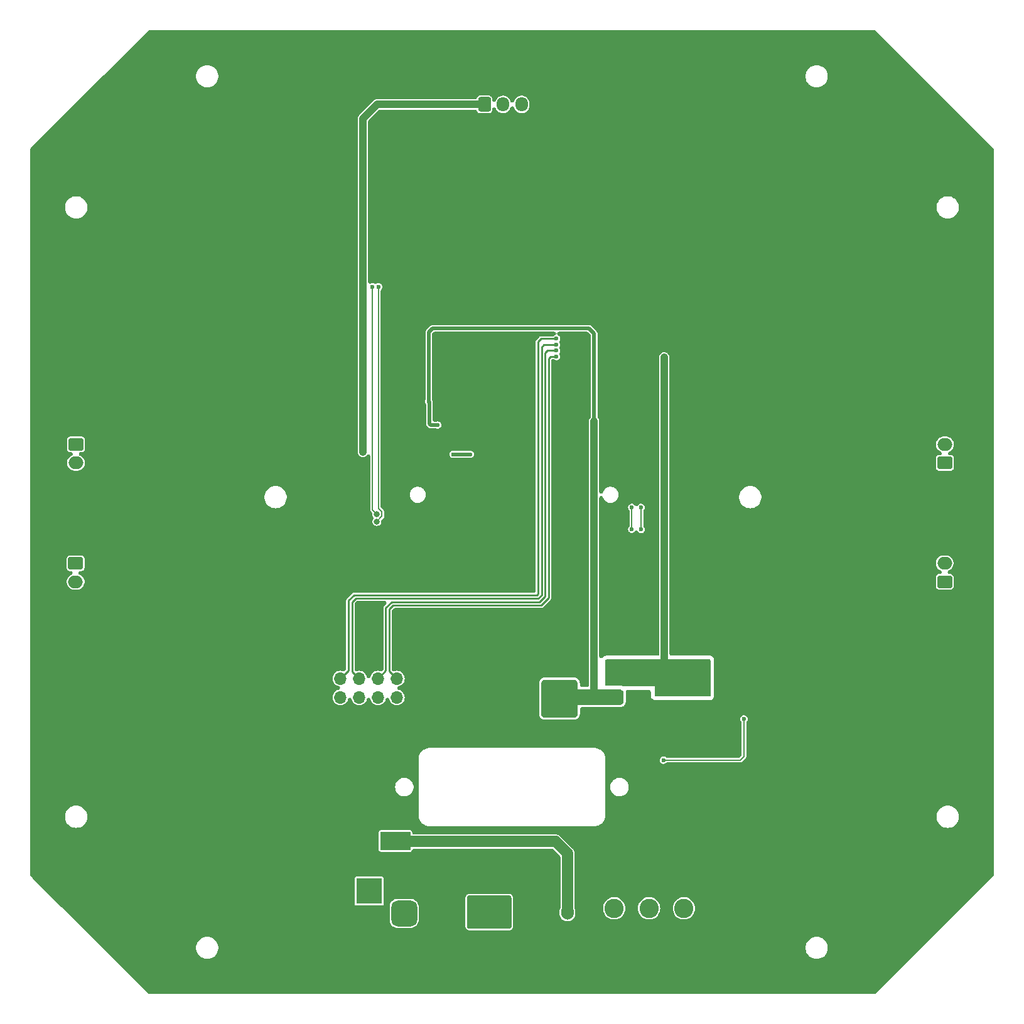
<source format=gbr>
%TF.GenerationSoftware,KiCad,Pcbnew,8.0.7*%
%TF.CreationDate,2025-01-09T15:44:16+07:00*%
%TF.ProjectId,RoboCar_PCB,526f626f-4361-4725-9f50-43422e6b6963,rev?*%
%TF.SameCoordinates,Original*%
%TF.FileFunction,Copper,L2,Bot*%
%TF.FilePolarity,Positive*%
%FSLAX46Y46*%
G04 Gerber Fmt 4.6, Leading zero omitted, Abs format (unit mm)*
G04 Created by KiCad (PCBNEW 8.0.7) date 2025-01-09 15:44:16*
%MOMM*%
%LPD*%
G01*
G04 APERTURE LIST*
G04 Aperture macros list*
%AMRoundRect*
0 Rectangle with rounded corners*
0 $1 Rounding radius*
0 $2 $3 $4 $5 $6 $7 $8 $9 X,Y pos of 4 corners*
0 Add a 4 corners polygon primitive as box body*
4,1,4,$2,$3,$4,$5,$6,$7,$8,$9,$2,$3,0*
0 Add four circle primitives for the rounded corners*
1,1,$1+$1,$2,$3*
1,1,$1+$1,$4,$5*
1,1,$1+$1,$6,$7*
1,1,$1+$1,$8,$9*
0 Add four rect primitives between the rounded corners*
20,1,$1+$1,$2,$3,$4,$5,0*
20,1,$1+$1,$4,$5,$6,$7,0*
20,1,$1+$1,$6,$7,$8,$9,0*
20,1,$1+$1,$8,$9,$2,$3,0*%
G04 Aperture macros list end*
%TA.AperFunction,ComponentPad*%
%ADD10O,1.700000X1.700000*%
%TD*%
%TA.AperFunction,ComponentPad*%
%ADD11C,2.595000*%
%TD*%
%TA.AperFunction,ComponentPad*%
%ADD12R,1.700000X1.700000*%
%TD*%
%TA.AperFunction,ComponentPad*%
%ADD13R,3.500000X3.500000*%
%TD*%
%TA.AperFunction,ComponentPad*%
%ADD14RoundRect,0.750000X1.000000X-0.750000X1.000000X0.750000X-1.000000X0.750000X-1.000000X-0.750000X0*%
%TD*%
%TA.AperFunction,ComponentPad*%
%ADD15RoundRect,0.875000X0.875000X-0.875000X0.875000X0.875000X-0.875000X0.875000X-0.875000X-0.875000X0*%
%TD*%
%TA.AperFunction,ComponentPad*%
%ADD16O,1.100000X5.500000*%
%TD*%
%TA.AperFunction,ComponentPad*%
%ADD17RoundRect,0.250000X-0.600000X-0.725000X0.600000X-0.725000X0.600000X0.725000X-0.600000X0.725000X0*%
%TD*%
%TA.AperFunction,ComponentPad*%
%ADD18O,1.700000X1.950000*%
%TD*%
%TA.AperFunction,ComponentPad*%
%ADD19RoundRect,0.250000X-0.750000X0.600000X-0.750000X-0.600000X0.750000X-0.600000X0.750000X0.600000X0*%
%TD*%
%TA.AperFunction,ComponentPad*%
%ADD20O,2.000000X1.700000*%
%TD*%
%TA.AperFunction,ComponentPad*%
%ADD21RoundRect,0.250000X0.750000X-0.600000X0.750000X0.600000X-0.750000X0.600000X-0.750000X-0.600000X0*%
%TD*%
%TA.AperFunction,ComponentPad*%
%ADD22RoundRect,0.250000X-0.600000X-0.750000X0.600000X-0.750000X0.600000X0.750000X-0.600000X0.750000X0*%
%TD*%
%TA.AperFunction,ComponentPad*%
%ADD23O,1.700000X2.000000*%
%TD*%
%TA.AperFunction,ViaPad*%
%ADD24C,0.600000*%
%TD*%
%TA.AperFunction,ViaPad*%
%ADD25C,0.800000*%
%TD*%
%TA.AperFunction,ViaPad*%
%ADD26C,2.000000*%
%TD*%
%TA.AperFunction,Conductor*%
%ADD27C,1.000000*%
%TD*%
%TA.AperFunction,Conductor*%
%ADD28C,0.500000*%
%TD*%
%TA.AperFunction,Conductor*%
%ADD29C,0.200000*%
%TD*%
%TA.AperFunction,Conductor*%
%ADD30C,0.250000*%
%TD*%
%TA.AperFunction,Conductor*%
%ADD31C,1.500000*%
%TD*%
G04 APERTURE END LIST*
D10*
%TO.P,J8,1,Pin_1*%
%TO.N,/S1*%
X71455000Y-109022500D03*
%TO.P,J8,2,Pin_2*%
%TO.N,/S2*%
X73995000Y-109022500D03*
%TO.P,J8,3,Pin_3*%
%TO.N,/S3*%
X76535000Y-109022500D03*
%TO.P,J8,4,Pin_4*%
%TO.N,/S4*%
X79075000Y-109022500D03*
%TD*%
D11*
%TO.P,S1,1,NO*%
%TO.N,Vs*%
X117785000Y-140002500D03*
%TO.P,S1,2,COM*%
%TO.N,NC*%
X113085000Y-140002500D03*
%TO.P,S1,3,NC*%
X108385000Y-140002500D03*
%TD*%
D12*
%TO.P,J7,1,Pin_1*%
%TO.N,GND*%
X71455000Y-114102500D03*
%TO.P,J7,2,Pin_2*%
X73995000Y-114102500D03*
%TO.P,J7,3,Pin_3*%
X76535000Y-114102500D03*
%TO.P,J7,4,Pin_4*%
X79075000Y-114102500D03*
%TD*%
D13*
%TO.P,J11,1*%
%TO.N,V_Charger*%
X75347768Y-137696038D03*
D14*
%TO.P,J11,2*%
%TO.N,GND*%
X75347768Y-143696038D03*
D15*
%TO.P,J11,3*%
%TO.N,Net-(J11-Pad3)*%
X80047768Y-140696038D03*
%TD*%
D16*
%TO.P,J1,S1,SHIELD*%
%TO.N,GND*%
X67885000Y-82585000D03*
%TO.P,J1,S2,SHIELD*%
X121885000Y-82585000D03*
%TD*%
D10*
%TO.P,J9,1,Pin_1*%
%TO.N,+5V*%
X71455000Y-111562500D03*
%TO.P,J9,2,Pin_2*%
X73995000Y-111562500D03*
%TO.P,J9,3,Pin_3*%
X76535000Y-111562500D03*
%TO.P,J9,4,Pin_4*%
X79075000Y-111562500D03*
%TD*%
D17*
%TO.P,J10,1,Pin_1*%
%TO.N,+5V*%
X90887768Y-31591038D03*
D18*
%TO.P,J10,2,Pin_2*%
%TO.N,/P1*%
X93387768Y-31591038D03*
%TO.P,J10,3,Pin_3*%
%TO.N,/P0*%
X95887768Y-31591038D03*
%TO.P,J10,4,Pin_4*%
%TO.N,GND*%
X98387768Y-31591038D03*
%TD*%
D19*
%TO.P,J5,1,Pin_1*%
%TO.N,/M4+*%
X35745000Y-93472500D03*
D20*
%TO.P,J5,2,Pin_2*%
%TO.N,/M4-*%
X35745000Y-95972500D03*
%TD*%
D21*
%TO.P,J2,1,Pin_1*%
%TO.N,/M1-*%
X152955000Y-95962500D03*
D20*
%TO.P,J2,2,Pin_2*%
%TO.N,/M1+*%
X152955000Y-93462500D03*
%TD*%
D22*
%TO.P,J6,1,Pin_1*%
%TO.N,GND*%
X99577768Y-140561038D03*
D23*
%TO.P,J6,2,Pin_2*%
%TO.N,V_Bat*%
X102077768Y-140561038D03*
%TD*%
D21*
%TO.P,J3,1,Pin_1*%
%TO.N,/M2+*%
X152985000Y-79932500D03*
D20*
%TO.P,J3,2,Pin_2*%
%TO.N,/M2-*%
X152985000Y-77432500D03*
%TD*%
D19*
%TO.P,J4,1,Pin_1*%
%TO.N,/M3-*%
X35795000Y-77442500D03*
D20*
%TO.P,J4,2,Pin_2*%
%TO.N,/M3+*%
X35795000Y-79942500D03*
%TD*%
D24*
%TO.N,+5V*%
X115135000Y-78442500D03*
X120670000Y-107635000D03*
X116470000Y-107635000D03*
X114470000Y-106935000D03*
X113470000Y-108335000D03*
X115470000Y-107635000D03*
X116470000Y-108335000D03*
X114470000Y-107635000D03*
X120670000Y-108335000D03*
X118570000Y-107635000D03*
X117570000Y-106935000D03*
X115135000Y-65712500D03*
X115470000Y-106935000D03*
X114470000Y-108335000D03*
X116470000Y-106935000D03*
X119570000Y-108335000D03*
X120670000Y-106935000D03*
X117570000Y-108335000D03*
X118570000Y-106935000D03*
X74495000Y-65702500D03*
X118570000Y-108335000D03*
X113470000Y-107635000D03*
X115470000Y-108335000D03*
X117570000Y-107635000D03*
X74495000Y-78442500D03*
X119570000Y-106935000D03*
X119570000Y-107635000D03*
%TO.N,+3.3V*%
X86695000Y-78775000D03*
X83370000Y-71635000D03*
X100155000Y-112302500D03*
X99255000Y-110889732D03*
X88970000Y-78775000D03*
X84570000Y-74835000D03*
X100155000Y-111589732D03*
X99255000Y-111589732D03*
X99255000Y-110189732D03*
X99255000Y-112302500D03*
X105670000Y-74355000D03*
X100155000Y-110189732D03*
X105670000Y-93391038D03*
X100155000Y-110889732D03*
%TO.N,Net-(U4-BOOT)*%
X125885000Y-114481038D03*
X115016730Y-120035000D03*
%TO.N,/P0*%
X76604814Y-56192500D03*
D25*
X76382995Y-87836215D03*
%TO.N,/P1*%
X76367768Y-86831038D03*
D24*
X75797768Y-56192500D03*
%TO.N,/SCL*%
X110757768Y-88871038D03*
X110767768Y-85931038D03*
%TO.N,/SDA*%
X111997768Y-85931038D03*
X112017768Y-88901038D03*
%TO.N,/S1*%
X100612969Y-63192680D03*
%TO.N,/S2*%
X100609283Y-63992668D03*
%TO.N,/S3*%
X100609283Y-64792625D03*
%TO.N,/S4*%
X100609283Y-65592500D03*
D26*
%TO.N,Vs*%
X89727768Y-140561038D03*
X93227768Y-140561038D03*
D25*
%TO.N,V_Bat*%
X79475000Y-131002500D03*
X79460000Y-130112500D03*
X80405000Y-131002500D03*
X80390000Y-130112500D03*
D24*
%TO.N,GND*%
X130185000Y-62422500D03*
X55185000Y-142422500D03*
X70185000Y-87422500D03*
X145185000Y-142422500D03*
X130185000Y-132422500D03*
X75185000Y-117422500D03*
X145185000Y-117422500D03*
X60185000Y-67422500D03*
X140185000Y-97422500D03*
X130185000Y-87422500D03*
X135185000Y-112422500D03*
X90185000Y-107422500D03*
X85185000Y-22422500D03*
X60185000Y-62422500D03*
X65185000Y-77422500D03*
X105185000Y-142422500D03*
X125185000Y-77422500D03*
X95185000Y-132422500D03*
X40185000Y-87422500D03*
X80185000Y-107422500D03*
X60185000Y-147422500D03*
X85185000Y-117422500D03*
X65185000Y-92422500D03*
X145185000Y-132422500D03*
X115185000Y-22422500D03*
X140185000Y-62422500D03*
X125185000Y-92422500D03*
X115185000Y-57422500D03*
X50185000Y-92422500D03*
X120185000Y-57422500D03*
X45185000Y-32422500D03*
X130185000Y-142422500D03*
X50185000Y-97422500D03*
X145185000Y-42422500D03*
X140185000Y-57422500D03*
X125185000Y-27422500D03*
X155185000Y-37422500D03*
X70185000Y-67422500D03*
X45185000Y-137422500D03*
X35185000Y-117422500D03*
X150185000Y-122422500D03*
X95185000Y-37422500D03*
X100185000Y-137422500D03*
X40185000Y-52422500D03*
X55185000Y-122422500D03*
X85185000Y-102422500D03*
X120185000Y-22422500D03*
X40185000Y-32422500D03*
X45185000Y-102422500D03*
X150185000Y-92422500D03*
X95185000Y-77422500D03*
X60185000Y-112422500D03*
X55185000Y-52422500D03*
X75185000Y-147422500D03*
X135185000Y-122422500D03*
X80185000Y-82422500D03*
X150185000Y-57422500D03*
X40185000Y-127422500D03*
X130185000Y-37422500D03*
X60185000Y-127422500D03*
X95185000Y-27422500D03*
X55185000Y-67422500D03*
X70185000Y-97422500D03*
X150185000Y-142422500D03*
X105185000Y-27422500D03*
X40185000Y-142422500D03*
X70185000Y-147422500D03*
X150185000Y-97422500D03*
X130185000Y-137422500D03*
X70185000Y-22422500D03*
X135185000Y-77422500D03*
X60185000Y-37422500D03*
X110185000Y-147422500D03*
D26*
X86227768Y-140561038D03*
D24*
X155185000Y-42422500D03*
X140185000Y-37422500D03*
X145185000Y-67422500D03*
X45185000Y-122422500D03*
X85185000Y-147422500D03*
X100185000Y-32422500D03*
X100185000Y-37422500D03*
X45185000Y-82422500D03*
X80185000Y-52422500D03*
X45185000Y-107422500D03*
X115185000Y-147422500D03*
X55185000Y-97422500D03*
X68870000Y-74035000D03*
X135185000Y-92422500D03*
X70185000Y-137422500D03*
X55185000Y-57422500D03*
X50185000Y-142422500D03*
X70185000Y-47422500D03*
X125185000Y-82422500D03*
X75185000Y-127422500D03*
X40185000Y-42422500D03*
X125185000Y-102422500D03*
X40185000Y-112422500D03*
X80185000Y-27422500D03*
X123715000Y-109712500D03*
X110185000Y-102422500D03*
X105185000Y-137422500D03*
X50185000Y-32422500D03*
X68970000Y-70135000D03*
X50185000Y-37422500D03*
X130185000Y-147422500D03*
X135185000Y-117422500D03*
X45185000Y-57422500D03*
X145185000Y-147422500D03*
X50185000Y-62422500D03*
X135185000Y-67422500D03*
X70185000Y-32422500D03*
X40185000Y-57422500D03*
X60185000Y-137422500D03*
X145185000Y-52422500D03*
X140185000Y-32422500D03*
X155185000Y-112422500D03*
X125185000Y-67422500D03*
X35185000Y-132422500D03*
X95185000Y-102422500D03*
X150185000Y-107422500D03*
X70185000Y-57422500D03*
X60185000Y-82422500D03*
X100185000Y-147422500D03*
X50185000Y-27422500D03*
X90185000Y-37422500D03*
X145185000Y-112422500D03*
X125185000Y-32422500D03*
X70185000Y-127422500D03*
X135185000Y-127422500D03*
X145185000Y-32422500D03*
X125185000Y-122422500D03*
X50185000Y-112422500D03*
X95185000Y-42422500D03*
X40185000Y-67422500D03*
X100185000Y-97422500D03*
X140185000Y-142422500D03*
X50185000Y-117422500D03*
X120185000Y-42422500D03*
X55185000Y-37422500D03*
X40185000Y-97422500D03*
X155185000Y-122422500D03*
X55185000Y-147422500D03*
X95185000Y-87422500D03*
X130185000Y-122422500D03*
X40185000Y-37422500D03*
X155185000Y-132422500D03*
X90185000Y-137422500D03*
X60185000Y-32422500D03*
X55185000Y-117422500D03*
X135185000Y-97422500D03*
X50185000Y-52422500D03*
X65185000Y-32422500D03*
X105185000Y-22422500D03*
X95185000Y-137422500D03*
X125185000Y-97422500D03*
X90185000Y-22422500D03*
X90185000Y-117422500D03*
X140185000Y-147422500D03*
X125185000Y-62422500D03*
X110185000Y-117422500D03*
X90185000Y-67422500D03*
X90185000Y-72422500D03*
X45185000Y-117422500D03*
X65185000Y-87422500D03*
X80370000Y-73335000D03*
X40185000Y-82422500D03*
X100185000Y-142422500D03*
X85185000Y-132422500D03*
X40185000Y-137422500D03*
X120185000Y-82422500D03*
X130185000Y-92422500D03*
X145185000Y-37422500D03*
X95185000Y-112422500D03*
X140185000Y-92422500D03*
X50185000Y-147422500D03*
X130185000Y-32422500D03*
X105185000Y-147422500D03*
X115185000Y-47422500D03*
X80185000Y-127422500D03*
X35185000Y-112422500D03*
X45185000Y-62422500D03*
X95185000Y-67422500D03*
X155185000Y-137422500D03*
X65185000Y-112422500D03*
X155185000Y-52422500D03*
X130185000Y-72422500D03*
X60185000Y-52422500D03*
X125185000Y-57422500D03*
X50185000Y-137422500D03*
X135185000Y-137422500D03*
X65185000Y-107422500D03*
X115185000Y-112422500D03*
X90185000Y-132422500D03*
X60185000Y-142422500D03*
X65185000Y-67422500D03*
X80185000Y-147422500D03*
X95185000Y-82422500D03*
X130185000Y-102422500D03*
X55185000Y-112422500D03*
X105185000Y-117422500D03*
X150185000Y-137422500D03*
X150185000Y-42422500D03*
X65185000Y-62422500D03*
X95185000Y-117422500D03*
X135185000Y-87422500D03*
X40185000Y-47422500D03*
X140185000Y-127422500D03*
X65185000Y-22422500D03*
X120185000Y-67422500D03*
X150185000Y-127422500D03*
X135185000Y-62422500D03*
X145185000Y-62422500D03*
X150185000Y-37422500D03*
X155185000Y-57422500D03*
X80185000Y-22422500D03*
X45185000Y-97422500D03*
X145185000Y-122422500D03*
X125185000Y-87422500D03*
X60185000Y-107422500D03*
X120185000Y-32422500D03*
X140185000Y-122422500D03*
X135185000Y-37422500D03*
X55185000Y-92422500D03*
X95185000Y-147422500D03*
X85185000Y-87422500D03*
X50185000Y-22422500D03*
X55185000Y-132422500D03*
X75185000Y-27422500D03*
X55185000Y-22422500D03*
X110185000Y-57422500D03*
X65185000Y-27422500D03*
X100185000Y-82422500D03*
X70185000Y-72422500D03*
X85185000Y-27422500D03*
X135185000Y-142422500D03*
X65185000Y-82422500D03*
X65185000Y-97422500D03*
X140185000Y-67422500D03*
X124685000Y-119002500D03*
X145185000Y-47422500D03*
X125185000Y-22422500D03*
X50185000Y-102422500D03*
X150185000Y-82422500D03*
X130185000Y-27422500D03*
X115185000Y-32422500D03*
X75185000Y-102422500D03*
X80185000Y-47422500D03*
X150185000Y-62422500D03*
X135185000Y-52422500D03*
X120185000Y-97422500D03*
X70185000Y-122422500D03*
X125185000Y-37422500D03*
X100185000Y-42422500D03*
X45185000Y-147422500D03*
X110185000Y-127422500D03*
X130185000Y-127422500D03*
X55185000Y-102422500D03*
X55185000Y-87422500D03*
X135185000Y-132422500D03*
X130185000Y-97422500D03*
X85185000Y-37422500D03*
X150185000Y-47422500D03*
X120185000Y-72422500D03*
X110185000Y-77422500D03*
X111370000Y-69935000D03*
X60185000Y-132422500D03*
X75185000Y-107422500D03*
X65185000Y-127422500D03*
X140185000Y-27422500D03*
X90185000Y-102422500D03*
X80185000Y-42422500D03*
X70185000Y-52422500D03*
X70185000Y-112422500D03*
X55185000Y-32422500D03*
X110185000Y-27422500D03*
X115185000Y-37422500D03*
X116970000Y-72235000D03*
X45185000Y-52422500D03*
X110185000Y-32422500D03*
X50185000Y-132422500D03*
X135185000Y-107422500D03*
X80185000Y-117422500D03*
X45185000Y-37422500D03*
X140185000Y-107422500D03*
X50185000Y-127422500D03*
X140185000Y-132422500D03*
X85185000Y-67422500D03*
X65185000Y-137422500D03*
X65185000Y-147422500D03*
X125185000Y-132422500D03*
X150185000Y-132422500D03*
X115185000Y-42422500D03*
X60185000Y-57422500D03*
X65185000Y-122422500D03*
X110185000Y-97422500D03*
X100185000Y-27422500D03*
X130185000Y-82422500D03*
X120185000Y-87422500D03*
X95185000Y-22422500D03*
X65185000Y-132422500D03*
X105185000Y-37422500D03*
X45185000Y-67422500D03*
X150185000Y-52422500D03*
X145185000Y-82422500D03*
X70185000Y-107422500D03*
X120185000Y-112422500D03*
X145185000Y-127422500D03*
X85185000Y-77422500D03*
X145185000Y-137422500D03*
X60185000Y-92422500D03*
X150185000Y-117422500D03*
X105185000Y-42422500D03*
X100185000Y-117422500D03*
X60185000Y-87422500D03*
X110185000Y-22422500D03*
X65185000Y-37422500D03*
X135185000Y-32422500D03*
X140185000Y-112422500D03*
X50185000Y-122422500D03*
X90185000Y-147422500D03*
X130185000Y-57422500D03*
X90185000Y-42422500D03*
X60185000Y-22422500D03*
X72670000Y-71935000D03*
X75185000Y-82422500D03*
X124685000Y-117002500D03*
X140185000Y-52422500D03*
X125185000Y-147422500D03*
X35185000Y-52422500D03*
X100185000Y-102422500D03*
X90185000Y-27422500D03*
X70185000Y-27422500D03*
X55185000Y-62422500D03*
X45185000Y-132422500D03*
X85185000Y-42422500D03*
X130185000Y-22422500D03*
X79670000Y-73335000D03*
X120185000Y-62422500D03*
X70185000Y-37422500D03*
X155185000Y-47422500D03*
X155185000Y-107422500D03*
X75185000Y-122422500D03*
X35185000Y-42422500D03*
X35185000Y-82422500D03*
X145185000Y-27422500D03*
X115185000Y-27422500D03*
X110185000Y-52422500D03*
X70185000Y-102422500D03*
X90185000Y-82422500D03*
X140185000Y-22422500D03*
X77370000Y-77435000D03*
X130185000Y-52422500D03*
X35185000Y-37422500D03*
X45185000Y-142422500D03*
X140185000Y-82422500D03*
X55185000Y-107422500D03*
X150185000Y-87422500D03*
X65185000Y-117422500D03*
X120185000Y-147422500D03*
X135185000Y-22422500D03*
X120770000Y-70035000D03*
X140185000Y-137422500D03*
X40185000Y-122422500D03*
X40185000Y-132422500D03*
X65185000Y-102422500D03*
X60185000Y-117422500D03*
X55185000Y-137422500D03*
X70185000Y-77422500D03*
X50185000Y-107422500D03*
X45185000Y-27422500D03*
X80185000Y-37422500D03*
X60185000Y-122422500D03*
X50185000Y-57422500D03*
X70185000Y-117422500D03*
X45185000Y-112422500D03*
X150185000Y-32422500D03*
X115185000Y-52422500D03*
X145185000Y-107422500D03*
X124315000Y-109712500D03*
X35185000Y-122422500D03*
X105185000Y-32422500D03*
X120185000Y-27422500D03*
X145185000Y-57422500D03*
X140185000Y-117422500D03*
X70185000Y-62422500D03*
X135185000Y-57422500D03*
X120185000Y-77422500D03*
X95185000Y-72422500D03*
X45185000Y-127422500D03*
X60185000Y-97422500D03*
X65185000Y-142422500D03*
X35185000Y-87422500D03*
X60185000Y-102422500D03*
X120185000Y-37422500D03*
X80185000Y-102422500D03*
X85185000Y-137422500D03*
X90185000Y-77422500D03*
X145185000Y-87422500D03*
X130185000Y-67422500D03*
X85185000Y-107422500D03*
X80185000Y-77422500D03*
X120770000Y-73935000D03*
X80185000Y-67422500D03*
X35185000Y-62422500D03*
X110185000Y-47422500D03*
X120185000Y-52422500D03*
X70185000Y-42422500D03*
X60185000Y-27422500D03*
X65185000Y-57422500D03*
X110185000Y-37422500D03*
X120185000Y-47422500D03*
X120185000Y-102422500D03*
X125185000Y-52422500D03*
X40185000Y-117422500D03*
X110185000Y-67422500D03*
X85570000Y-72735000D03*
X150185000Y-112422500D03*
X112070000Y-69935000D03*
X70185000Y-142422500D03*
X130185000Y-107422500D03*
X80185000Y-57422500D03*
X70185000Y-82422500D03*
X110185000Y-42422500D03*
X35185000Y-57422500D03*
X70185000Y-132422500D03*
X155185000Y-117422500D03*
X145185000Y-72422500D03*
X125185000Y-127422500D03*
X75185000Y-22422500D03*
X55185000Y-127422500D03*
X65185000Y-52422500D03*
X35185000Y-137422500D03*
X100185000Y-22422500D03*
X145185000Y-97422500D03*
%TD*%
D27*
%TO.N,+5V*%
X74495000Y-66192500D02*
X74495000Y-65702500D01*
X115135000Y-78442500D02*
X115135000Y-107300000D01*
X74495000Y-66192500D02*
X74495000Y-33512500D01*
X74495000Y-33512500D02*
X76416462Y-31591038D01*
X74495000Y-78442500D02*
X74495000Y-66192500D01*
X115135000Y-107300000D02*
X115470000Y-107635000D01*
X115135000Y-65712500D02*
X115135000Y-78442500D01*
D28*
X115105000Y-65682500D02*
X115135000Y-65712500D01*
D27*
X76416462Y-31591038D02*
X90887768Y-31591038D01*
%TO.N,+3.3V*%
X100155000Y-111589732D02*
X105670000Y-111589732D01*
X105670000Y-111589732D02*
X105670000Y-93391038D01*
D28*
X86695000Y-78775000D02*
X88970000Y-78775000D01*
X83670000Y-74835000D02*
X83470000Y-74635000D01*
X105005000Y-61812500D02*
X83865000Y-61812500D01*
X83865000Y-61812500D02*
X83370000Y-62307500D01*
X83470000Y-71735000D02*
X83370000Y-71635000D01*
D27*
X105670000Y-80901038D02*
X105670000Y-93391038D01*
D28*
X84570000Y-74835000D02*
X83670000Y-74835000D01*
D27*
X105670000Y-74355000D02*
X105670000Y-80901038D01*
D28*
X83370000Y-62307500D02*
X83370000Y-71635000D01*
X83470000Y-74635000D02*
X83470000Y-71735000D01*
X105670000Y-62477500D02*
X105005000Y-61812500D01*
X105670000Y-74355000D02*
X105670000Y-62477500D01*
D29*
%TO.N,Net-(U4-BOOT)*%
X125885000Y-119523806D02*
X125885000Y-114481038D01*
X125373806Y-120035000D02*
X125885000Y-119523806D01*
X115016730Y-120035000D02*
X125373806Y-120035000D01*
%TO.N,/P0*%
X77067768Y-86541088D02*
X77067768Y-87151442D01*
X76604814Y-86078134D02*
X77067768Y-86541088D01*
X77067768Y-87151442D02*
X76382995Y-87836215D01*
X76604814Y-56192500D02*
X76604814Y-86078134D01*
%TO.N,/P1*%
X75797768Y-56192500D02*
X75797768Y-86261038D01*
X75797768Y-86261038D02*
X76367768Y-86831038D01*
%TO.N,/SCL*%
X110757768Y-88871038D02*
X110757768Y-85941038D01*
X110757768Y-85941038D02*
X110767768Y-85931038D01*
%TO.N,/SDA*%
X112017768Y-85951038D02*
X111997768Y-85931038D01*
X112017768Y-88901038D02*
X112017768Y-85951038D01*
D30*
%TO.N,/S1*%
X73275000Y-97762500D02*
X72565000Y-98472500D01*
X98125000Y-63572500D02*
X98125000Y-97572500D01*
X100612969Y-63192680D02*
X98504820Y-63192680D01*
X98504820Y-63192680D02*
X98125000Y-63572500D01*
X97935000Y-97762500D02*
X73275000Y-97762500D01*
X72565000Y-98472500D02*
X72565000Y-107912500D01*
X72565000Y-107912500D02*
X71455000Y-109022500D01*
X98125000Y-97572500D02*
X97935000Y-97762500D01*
%TO.N,/S2*%
X100609283Y-63992668D02*
X98904832Y-63992668D01*
X98595000Y-97752500D02*
X98125000Y-98222500D01*
X73545000Y-98222500D02*
X73085000Y-98682500D01*
X98904832Y-63992668D02*
X98595000Y-64302500D01*
X98595000Y-64302500D02*
X98595000Y-97752500D01*
X73085000Y-108112500D02*
X73995000Y-109022500D01*
X98125000Y-98222500D02*
X73545000Y-98222500D01*
X73085000Y-98682500D02*
X73085000Y-108112500D01*
%TO.N,/S3*%
X77575000Y-99472500D02*
X77575000Y-107982500D01*
X78355000Y-98692500D02*
X77575000Y-99472500D01*
X100609283Y-64792625D02*
X99394875Y-64792625D01*
X99394875Y-64792625D02*
X99065000Y-65122500D01*
X77575000Y-107982500D02*
X76535000Y-109022500D01*
X99065000Y-65122500D02*
X99065000Y-97942500D01*
X98315000Y-98692500D02*
X78355000Y-98692500D01*
X99065000Y-97942500D02*
X98315000Y-98692500D01*
%TO.N,/S4*%
X98505000Y-99172500D02*
X78555000Y-99172500D01*
X78065000Y-99662500D02*
X78065000Y-108012500D01*
X100609283Y-65592500D02*
X99805000Y-65592500D01*
X99535000Y-98142500D02*
X98505000Y-99172500D01*
X99535000Y-65862500D02*
X99535000Y-98142500D01*
X78065000Y-108012500D02*
X79075000Y-109022500D01*
X78555000Y-99172500D02*
X78065000Y-99662500D01*
X99805000Y-65592500D02*
X99535000Y-65862500D01*
D31*
%TO.N,V_Bat*%
X102077768Y-140561038D02*
X102077768Y-132605268D01*
X102077768Y-132605268D02*
X100475000Y-131002500D01*
X100475000Y-131002500D02*
X79475000Y-131002500D01*
%TD*%
%TA.AperFunction,Conductor*%
%TO.N,+3.3V*%
G36*
X102963059Y-109173561D02*
G01*
X103068223Y-109187406D01*
X103099491Y-109195784D01*
X103189918Y-109233240D01*
X103217952Y-109249425D01*
X103295602Y-109309009D01*
X103318491Y-109331898D01*
X103378074Y-109409548D01*
X103394259Y-109437581D01*
X103431715Y-109528008D01*
X103440093Y-109559275D01*
X103453939Y-109664439D01*
X103455000Y-109680625D01*
X103455000Y-110472500D01*
X109146874Y-110472500D01*
X109163059Y-110473561D01*
X109268223Y-110487406D01*
X109299491Y-110495784D01*
X109389918Y-110533240D01*
X109417952Y-110549425D01*
X109495602Y-110609009D01*
X109518491Y-110631898D01*
X109578074Y-110709548D01*
X109594259Y-110737581D01*
X109631715Y-110828008D01*
X109640093Y-110859275D01*
X109653939Y-110964439D01*
X109655000Y-110980625D01*
X109655000Y-112064374D01*
X109653939Y-112080560D01*
X109640093Y-112185724D01*
X109631715Y-112216991D01*
X109594259Y-112307418D01*
X109578074Y-112335451D01*
X109518491Y-112413101D01*
X109495601Y-112435991D01*
X109417951Y-112495574D01*
X109389918Y-112511759D01*
X109299491Y-112549215D01*
X109268224Y-112557593D01*
X109174398Y-112569946D01*
X109163058Y-112571439D01*
X109146874Y-112572500D01*
X103455000Y-112572500D01*
X103455000Y-113072500D01*
X103455000Y-113072506D01*
X103455000Y-113764374D01*
X103453939Y-113780560D01*
X103440093Y-113885724D01*
X103431715Y-113916991D01*
X103394259Y-114007418D01*
X103378074Y-114035451D01*
X103318491Y-114113101D01*
X103295601Y-114135991D01*
X103217951Y-114195574D01*
X103189918Y-114211759D01*
X103099491Y-114249215D01*
X103068224Y-114257593D01*
X102974398Y-114269946D01*
X102963058Y-114271439D01*
X102946874Y-114272500D01*
X99063126Y-114272500D01*
X99046941Y-114271439D01*
X99033917Y-114269724D01*
X98941775Y-114257593D01*
X98910508Y-114249215D01*
X98820081Y-114211759D01*
X98792048Y-114195574D01*
X98714398Y-114135991D01*
X98691508Y-114113101D01*
X98631925Y-114035451D01*
X98615740Y-114007418D01*
X98578284Y-113916991D01*
X98569906Y-113885723D01*
X98556061Y-113780559D01*
X98555000Y-113764374D01*
X98555000Y-109680625D01*
X98556061Y-109664440D01*
X98569906Y-109559276D01*
X98578284Y-109528008D01*
X98615740Y-109437581D01*
X98631923Y-109409550D01*
X98691513Y-109331892D01*
X98714392Y-109309013D01*
X98792050Y-109249423D01*
X98820079Y-109233240D01*
X98910509Y-109195783D01*
X98941775Y-109187406D01*
X99046941Y-109173561D01*
X99063126Y-109172500D01*
X102946874Y-109172500D01*
X102963059Y-109173561D01*
G37*
%TD.AperFunction*%
%TD*%
%TA.AperFunction,Conductor*%
%TO.N,Vs*%
G36*
X94239739Y-138263419D02*
G01*
X94318386Y-138279062D01*
X94363076Y-138297573D01*
X94419394Y-138335204D01*
X94453601Y-138369411D01*
X94491230Y-138425726D01*
X94509744Y-138470425D01*
X94525385Y-138549057D01*
X94527768Y-138573248D01*
X94527768Y-142448827D01*
X94525385Y-142473018D01*
X94509744Y-142551650D01*
X94491230Y-142596349D01*
X94453604Y-142652661D01*
X94419391Y-142686874D01*
X94363079Y-142724500D01*
X94318380Y-142743014D01*
X94239748Y-142758655D01*
X94215557Y-142761038D01*
X88839979Y-142761038D01*
X88815788Y-142758655D01*
X88737155Y-142743014D01*
X88692457Y-142724500D01*
X88636141Y-142686871D01*
X88601934Y-142652664D01*
X88564303Y-142596346D01*
X88545792Y-142551656D01*
X88530149Y-142473009D01*
X88527768Y-142448827D01*
X88527768Y-138573248D01*
X88530149Y-138549067D01*
X88545793Y-138470417D01*
X88564302Y-138425731D01*
X88601936Y-138369408D01*
X88636138Y-138335206D01*
X88692461Y-138297572D01*
X88737147Y-138279063D01*
X88815796Y-138263419D01*
X88839979Y-138261038D01*
X94215557Y-138261038D01*
X94239739Y-138263419D01*
G37*
%TD.AperFunction*%
%TD*%
%TA.AperFunction,Conductor*%
%TO.N,GND*%
G36*
X77533322Y-98566954D02*
G01*
X77614104Y-98620930D01*
X77668080Y-98701712D01*
X77687034Y-98797000D01*
X77668080Y-98892288D01*
X77614105Y-98973068D01*
X77614103Y-98973070D01*
X77314538Y-99272633D01*
X77314535Y-99272637D01*
X77314535Y-99272638D01*
X77271682Y-99346861D01*
X77271681Y-99346863D01*
X77271681Y-99346864D01*
X77249500Y-99429646D01*
X77249500Y-107744533D01*
X77230546Y-107839821D01*
X77176570Y-107920603D01*
X77176568Y-107920604D01*
X77129611Y-107967560D01*
X77048829Y-108021536D01*
X76953540Y-108040489D01*
X76881264Y-108029768D01*
X76740932Y-107987199D01*
X76535000Y-107966917D01*
X76329065Y-107987200D01*
X76131044Y-108047268D01*
X75948547Y-108144816D01*
X75788596Y-108276083D01*
X75788583Y-108276096D01*
X75657316Y-108436047D01*
X75559768Y-108618544D01*
X75503278Y-108804770D01*
X75457480Y-108890453D01*
X75382378Y-108952087D01*
X75289406Y-108980290D01*
X75192719Y-108970767D01*
X75107036Y-108924969D01*
X75045402Y-108849867D01*
X75026722Y-108804770D01*
X74970231Y-108618544D01*
X74872683Y-108436047D01*
X74741416Y-108276096D01*
X74741403Y-108276083D01*
X74581452Y-108144816D01*
X74398955Y-108047268D01*
X74200934Y-107987200D01*
X73995000Y-107966917D01*
X73789064Y-107987200D01*
X73731780Y-108004577D01*
X73635093Y-108014100D01*
X73542122Y-107985897D01*
X73467020Y-107924262D01*
X73421222Y-107838579D01*
X73410500Y-107766299D01*
X73410500Y-98920467D01*
X73429454Y-98825179D01*
X73483430Y-98744397D01*
X73606897Y-98620930D01*
X73687679Y-98566954D01*
X73782967Y-98548000D01*
X77438034Y-98548000D01*
X77533322Y-98566954D01*
G37*
%TD.AperFunction*%
%TA.AperFunction,Conductor*%
G36*
X143587051Y-21589221D02*
G01*
X143667833Y-21643197D01*
X159521973Y-37497337D01*
X159575949Y-37578119D01*
X159594903Y-37673407D01*
X159594903Y-135467127D01*
X159575949Y-135562415D01*
X159521973Y-135643197D01*
X143667833Y-151497337D01*
X143587051Y-151551313D01*
X143491763Y-151570267D01*
X45698043Y-151570267D01*
X45602755Y-151551313D01*
X45521973Y-151497337D01*
X39238589Y-145213953D01*
X52007368Y-145213953D01*
X52007368Y-145462114D01*
X52048213Y-145706891D01*
X52048214Y-145706893D01*
X52128791Y-145941609D01*
X52128792Y-145941610D01*
X52246904Y-146159862D01*
X52399329Y-146355697D01*
X52399334Y-146355701D01*
X52399336Y-146355704D01*
X52527134Y-146473350D01*
X52581908Y-146523773D01*
X52789661Y-146659505D01*
X53016922Y-146759191D01*
X53257491Y-146820111D01*
X53319319Y-146825234D01*
X53504800Y-146840605D01*
X53504806Y-146840605D01*
X53504812Y-146840605D01*
X53669682Y-146826942D01*
X53752121Y-146820111D01*
X53992690Y-146759191D01*
X54219951Y-146659505D01*
X54427704Y-146523773D01*
X54610283Y-146355697D01*
X54762708Y-146159862D01*
X54880820Y-145941610D01*
X54961398Y-145706893D01*
X55002244Y-145462115D01*
X55004806Y-145338034D01*
X55002244Y-145213953D01*
X134187562Y-145213953D01*
X134187562Y-145462114D01*
X134228407Y-145706891D01*
X134228408Y-145706893D01*
X134308985Y-145941609D01*
X134308986Y-145941610D01*
X134427098Y-146159862D01*
X134579523Y-146355697D01*
X134579528Y-146355701D01*
X134579530Y-146355704D01*
X134707328Y-146473350D01*
X134762102Y-146523773D01*
X134969855Y-146659505D01*
X135197116Y-146759191D01*
X135437685Y-146820111D01*
X135499513Y-146825234D01*
X135684994Y-146840605D01*
X135685000Y-146840605D01*
X135685006Y-146840605D01*
X135849876Y-146826942D01*
X135932315Y-146820111D01*
X136172884Y-146759191D01*
X136400145Y-146659505D01*
X136607898Y-146523773D01*
X136790477Y-146355697D01*
X136942902Y-146159862D01*
X137061014Y-145941610D01*
X137141592Y-145706893D01*
X137182438Y-145462115D01*
X137185000Y-145338034D01*
X137182438Y-145213953D01*
X137141592Y-144969175D01*
X137061014Y-144734458D01*
X136942902Y-144516206D01*
X136790477Y-144320371D01*
X136790471Y-144320365D01*
X136790469Y-144320363D01*
X136607900Y-144152297D01*
X136607898Y-144152295D01*
X136517567Y-144093278D01*
X136400144Y-144016562D01*
X136400142Y-144016561D01*
X136172883Y-143916876D01*
X135932317Y-143855957D01*
X135685000Y-143835464D01*
X135437682Y-143855957D01*
X135197116Y-143916876D01*
X134969857Y-144016561D01*
X134969855Y-144016562D01*
X134762106Y-144152292D01*
X134762099Y-144152297D01*
X134579530Y-144320363D01*
X134579520Y-144320375D01*
X134427101Y-144516202D01*
X134427096Y-144516209D01*
X134308985Y-144734458D01*
X134228408Y-144969174D01*
X134228407Y-144969176D01*
X134187562Y-145213953D01*
X55002244Y-145213953D01*
X54961398Y-144969175D01*
X54880820Y-144734458D01*
X54762708Y-144516206D01*
X54610283Y-144320371D01*
X54610277Y-144320365D01*
X54610275Y-144320363D01*
X54427706Y-144152297D01*
X54427704Y-144152295D01*
X54337373Y-144093278D01*
X54219950Y-144016562D01*
X54219948Y-144016561D01*
X53992689Y-143916876D01*
X53752123Y-143855957D01*
X53504806Y-143835464D01*
X53257488Y-143855957D01*
X53016922Y-143916876D01*
X52789663Y-144016561D01*
X52789661Y-144016562D01*
X52581912Y-144152292D01*
X52581905Y-144152297D01*
X52399336Y-144320363D01*
X52399326Y-144320375D01*
X52246907Y-144516202D01*
X52246902Y-144516209D01*
X52128791Y-144734458D01*
X52048214Y-144969174D01*
X52048213Y-144969176D01*
X52007368Y-145213953D01*
X39238589Y-145213953D01*
X33763548Y-139738912D01*
X78097268Y-139738912D01*
X78097268Y-141653163D01*
X78100017Y-141699306D01*
X78100017Y-141699307D01*
X78143675Y-141899998D01*
X78143676Y-141900001D01*
X78224530Y-142088813D01*
X78224534Y-142088821D01*
X78333403Y-142249674D01*
X78339656Y-142258913D01*
X78484893Y-142404150D01*
X78543132Y-142443567D01*
X78654984Y-142519271D01*
X78654988Y-142519273D01*
X78654991Y-142519275D01*
X78843803Y-142600129D01*
X78843805Y-142600129D01*
X78843807Y-142600130D01*
X79044498Y-142643788D01*
X79044501Y-142643788D01*
X79044505Y-142643789D01*
X79069886Y-142645301D01*
X79090642Y-142646538D01*
X79090650Y-142646538D01*
X81004894Y-142646538D01*
X81023550Y-142645426D01*
X81051031Y-142643789D01*
X81051036Y-142643788D01*
X81051037Y-142643788D01*
X81251728Y-142600130D01*
X81251727Y-142600130D01*
X81251733Y-142600129D01*
X81440545Y-142519275D01*
X81610643Y-142404150D01*
X81755880Y-142258913D01*
X81871005Y-142088815D01*
X81951859Y-141900003D01*
X81990762Y-141721168D01*
X81995518Y-141699307D01*
X81995518Y-141699306D01*
X81995518Y-141699305D01*
X81995519Y-141699301D01*
X81998268Y-141653156D01*
X81998268Y-139738920D01*
X81995519Y-139692775D01*
X81995518Y-139692769D01*
X81995518Y-139692768D01*
X81951860Y-139492077D01*
X81951859Y-139492074D01*
X81871005Y-139303262D01*
X81871001Y-139303254D01*
X81755883Y-139133168D01*
X81755882Y-139133166D01*
X81755880Y-139133163D01*
X81610643Y-138987926D01*
X81601404Y-138981673D01*
X81440551Y-138872804D01*
X81440543Y-138872800D01*
X81251731Y-138791946D01*
X81251728Y-138791945D01*
X81051037Y-138748287D01*
X81004894Y-138745538D01*
X81004886Y-138745538D01*
X79090650Y-138745538D01*
X79090642Y-138745538D01*
X79044499Y-138748287D01*
X79044498Y-138748287D01*
X78843807Y-138791945D01*
X78843804Y-138791946D01*
X78654992Y-138872800D01*
X78654984Y-138872804D01*
X78484898Y-138987922D01*
X78484896Y-138987923D01*
X78339653Y-139133166D01*
X78339652Y-139133168D01*
X78224534Y-139303254D01*
X78224530Y-139303262D01*
X78143676Y-139492074D01*
X78143675Y-139492077D01*
X78100017Y-139692768D01*
X78100017Y-139692769D01*
X78097268Y-139738912D01*
X33763548Y-139738912D01*
X29950926Y-135926290D01*
X73397268Y-135926290D01*
X73397268Y-139465786D01*
X73402497Y-139492073D01*
X73408901Y-139524270D01*
X73453213Y-139590586D01*
X73453216Y-139590590D01*
X73453219Y-139590592D01*
X73519535Y-139634904D01*
X73519537Y-139634905D01*
X73578020Y-139646538D01*
X73578023Y-139646538D01*
X77117513Y-139646538D01*
X77117516Y-139646538D01*
X77175999Y-139634905D01*
X77242320Y-139590590D01*
X77286635Y-139524269D01*
X77298268Y-139465786D01*
X77298268Y-138573244D01*
X88322268Y-138573244D01*
X88322268Y-142448828D01*
X88323256Y-142468953D01*
X88323256Y-142468959D01*
X88323257Y-142468963D01*
X88325638Y-142493145D01*
X88325641Y-142493164D01*
X88328593Y-142513075D01*
X88328595Y-142513086D01*
X88328597Y-142513098D01*
X88329825Y-142519271D01*
X88344239Y-142591743D01*
X88355932Y-142630293D01*
X88355932Y-142630294D01*
X88374441Y-142674979D01*
X88374445Y-142674988D01*
X88393435Y-142710514D01*
X88393439Y-142710521D01*
X88431062Y-142766828D01*
X88431068Y-142766835D01*
X88456624Y-142797974D01*
X88490831Y-142832181D01*
X88521972Y-142857738D01*
X88521976Y-142857741D01*
X88521979Y-142857743D01*
X88578271Y-142895356D01*
X88578277Y-142895360D01*
X88578288Y-142895367D01*
X88578294Y-142895370D01*
X88578297Y-142895372D01*
X88613803Y-142914351D01*
X88613807Y-142914352D01*
X88613817Y-142914358D01*
X88658515Y-142932872D01*
X88658522Y-142932874D01*
X88658530Y-142932877D01*
X88682608Y-142940180D01*
X88697064Y-142944565D01*
X88775697Y-142960206D01*
X88786603Y-142961824D01*
X88795634Y-142963164D01*
X88795637Y-142963164D01*
X88795642Y-142963165D01*
X88819833Y-142965548D01*
X88839979Y-142966538D01*
X94215557Y-142966538D01*
X94235703Y-142965548D01*
X94259894Y-142963165D01*
X94279839Y-142960206D01*
X94358471Y-142944565D01*
X94358472Y-142944564D01*
X94358475Y-142944564D01*
X94370683Y-142940860D01*
X94397018Y-142932873D01*
X94441717Y-142914359D01*
X94477248Y-142895368D01*
X94533560Y-142857742D01*
X94564701Y-142832184D01*
X94598914Y-142797971D01*
X94624472Y-142766830D01*
X94662098Y-142710518D01*
X94681089Y-142674987D01*
X94699603Y-142630288D01*
X94707590Y-142603953D01*
X94711294Y-142591745D01*
X94726935Y-142513113D01*
X94726936Y-142513109D01*
X94729895Y-142493164D01*
X94732278Y-142468973D01*
X94733268Y-142448827D01*
X94733268Y-138573248D01*
X94732278Y-138553102D01*
X94729895Y-138528911D01*
X94726936Y-138508966D01*
X94711295Y-138430334D01*
X94711294Y-138430333D01*
X94711294Y-138430329D01*
X94699608Y-138391804D01*
X94699603Y-138391788D01*
X94699603Y-138391787D01*
X94681089Y-138347088D01*
X94662099Y-138311561D01*
X94662099Y-138311560D01*
X94662090Y-138311546D01*
X94624472Y-138255246D01*
X94622311Y-138252614D01*
X94598911Y-138224101D01*
X94564704Y-138189894D01*
X94542418Y-138171604D01*
X94533558Y-138164332D01*
X94477251Y-138126709D01*
X94477244Y-138126705D01*
X94441718Y-138107715D01*
X94441709Y-138107711D01*
X94397024Y-138089202D01*
X94358473Y-138077509D01*
X94318221Y-138069503D01*
X94279828Y-138061867D01*
X94279816Y-138061865D01*
X94279805Y-138061863D01*
X94264599Y-138059608D01*
X94259875Y-138058908D01*
X94235693Y-138056527D01*
X94235689Y-138056526D01*
X94235683Y-138056526D01*
X94215558Y-138055538D01*
X94215557Y-138055538D01*
X88839979Y-138055538D01*
X88839977Y-138055538D01*
X88819850Y-138056526D01*
X88802753Y-138058209D01*
X88795660Y-138058908D01*
X88795657Y-138058908D01*
X88795641Y-138058910D01*
X88795624Y-138058912D01*
X88775733Y-138061862D01*
X88775706Y-138061867D01*
X88697057Y-138077511D01*
X88697043Y-138077514D01*
X88658515Y-138089201D01*
X88613825Y-138107712D01*
X88578294Y-138126703D01*
X88578284Y-138126709D01*
X88521971Y-138164336D01*
X88505222Y-138178082D01*
X88490828Y-138189896D01*
X88456626Y-138224098D01*
X88456624Y-138224101D01*
X88431066Y-138255241D01*
X88393439Y-138311554D01*
X88393433Y-138311564D01*
X88374442Y-138347095D01*
X88355933Y-138391781D01*
X88344242Y-138430323D01*
X88344240Y-138430329D01*
X88332147Y-138491124D01*
X88328599Y-138508970D01*
X88328593Y-138508998D01*
X88325641Y-138528904D01*
X88325634Y-138528960D01*
X88323258Y-138553087D01*
X88323257Y-138553112D01*
X88322268Y-138573244D01*
X77298268Y-138573244D01*
X77298268Y-135926290D01*
X77286635Y-135867807D01*
X77242320Y-135801486D01*
X77242316Y-135801483D01*
X77176000Y-135757171D01*
X77161378Y-135754262D01*
X77117516Y-135745538D01*
X73578020Y-135745538D01*
X73542930Y-135752517D01*
X73519535Y-135757171D01*
X73453219Y-135801483D01*
X73453213Y-135801489D01*
X73408901Y-135867805D01*
X73408901Y-135867807D01*
X73397268Y-135926290D01*
X29950926Y-135926290D01*
X29667833Y-135643197D01*
X29613857Y-135562415D01*
X29594903Y-135467127D01*
X29594903Y-129786505D01*
X76629500Y-129786505D01*
X76629500Y-132058500D01*
X76634197Y-132102183D01*
X76634198Y-132102194D01*
X76645398Y-132153678D01*
X76647890Y-132163875D01*
X76690900Y-132244585D01*
X76690900Y-132244586D01*
X76719252Y-132277305D01*
X76736655Y-132297389D01*
X76736664Y-132297399D01*
X76754245Y-132315342D01*
X76754247Y-132315344D01*
X76821222Y-132352807D01*
X76834063Y-132359990D01*
X76866821Y-132369609D01*
X76901096Y-132379674D01*
X76901101Y-132379674D01*
X76901102Y-132379675D01*
X76959000Y-132388000D01*
X76959006Y-132388000D01*
X80811000Y-132388000D01*
X80854684Y-132383303D01*
X80854692Y-132383301D01*
X80854694Y-132383301D01*
X80906178Y-132372101D01*
X80906189Y-132372098D01*
X80906195Y-132372097D01*
X80916373Y-132369610D01*
X80997085Y-132326600D01*
X81049889Y-132280845D01*
X81067843Y-132263254D01*
X81112490Y-132183437D01*
X81127640Y-132131841D01*
X81172673Y-132045757D01*
X81247223Y-131983456D01*
X81339939Y-131954426D01*
X81366552Y-131953000D01*
X99978150Y-131953000D01*
X100073438Y-131971954D01*
X100154220Y-132025930D01*
X101054338Y-132926048D01*
X101108314Y-133006830D01*
X101127268Y-133102118D01*
X101127268Y-139911129D01*
X101108314Y-140006417D01*
X101067638Y-140104615D01*
X101027268Y-140307574D01*
X101027268Y-140814501D01*
X101067638Y-141017459D01*
X101146824Y-141208631D01*
X101146830Y-141208641D01*
X101261786Y-141380687D01*
X101261788Y-141380689D01*
X101261791Y-141380693D01*
X101408113Y-141527015D01*
X101408116Y-141527017D01*
X101408118Y-141527019D01*
X101580164Y-141641975D01*
X101580170Y-141641979D01*
X101580172Y-141641979D01*
X101580174Y-141641981D01*
X101607170Y-141653163D01*
X101771348Y-141721168D01*
X101974303Y-141761538D01*
X101974305Y-141761538D01*
X102181231Y-141761538D01*
X102181233Y-141761538D01*
X102384188Y-141721168D01*
X102575366Y-141641979D01*
X102747423Y-141527015D01*
X102893745Y-141380693D01*
X103008709Y-141208636D01*
X103087898Y-141017458D01*
X103128268Y-140814503D01*
X103128268Y-140307573D01*
X103087898Y-140104618D01*
X103047222Y-140006417D01*
X103046443Y-140002500D01*
X106881866Y-140002500D01*
X106902367Y-140249911D01*
X106963309Y-140490566D01*
X107063031Y-140717909D01*
X107063033Y-140717913D01*
X107198816Y-140925744D01*
X107366955Y-141108392D01*
X107366958Y-141108395D01*
X107450916Y-141173741D01*
X107562864Y-141260873D01*
X107781198Y-141379030D01*
X108016002Y-141459638D01*
X108260872Y-141500500D01*
X108509128Y-141500500D01*
X108753998Y-141459638D01*
X108988802Y-141379030D01*
X109207136Y-141260873D01*
X109403045Y-141108392D01*
X109571184Y-140925744D01*
X109706967Y-140717913D01*
X109806690Y-140490567D01*
X109867633Y-140249908D01*
X109888134Y-140002500D01*
X111581866Y-140002500D01*
X111602367Y-140249911D01*
X111663309Y-140490566D01*
X111763031Y-140717909D01*
X111763033Y-140717913D01*
X111898816Y-140925744D01*
X112066955Y-141108392D01*
X112066958Y-141108395D01*
X112150916Y-141173741D01*
X112262864Y-141260873D01*
X112481198Y-141379030D01*
X112716002Y-141459638D01*
X112960872Y-141500500D01*
X113209128Y-141500500D01*
X113453998Y-141459638D01*
X113688802Y-141379030D01*
X113907136Y-141260873D01*
X114103045Y-141108392D01*
X114271184Y-140925744D01*
X114406967Y-140717913D01*
X114506690Y-140490567D01*
X114567633Y-140249908D01*
X114588134Y-140002500D01*
X116281866Y-140002500D01*
X116302367Y-140249911D01*
X116363309Y-140490566D01*
X116463031Y-140717909D01*
X116463033Y-140717913D01*
X116598816Y-140925744D01*
X116766955Y-141108392D01*
X116766958Y-141108395D01*
X116850916Y-141173741D01*
X116962864Y-141260873D01*
X117181198Y-141379030D01*
X117416002Y-141459638D01*
X117660872Y-141500500D01*
X117909128Y-141500500D01*
X118153998Y-141459638D01*
X118388802Y-141379030D01*
X118607136Y-141260873D01*
X118803045Y-141108392D01*
X118971184Y-140925744D01*
X119106967Y-140717913D01*
X119206690Y-140490567D01*
X119267633Y-140249908D01*
X119288134Y-140002500D01*
X119267633Y-139755092D01*
X119206690Y-139514433D01*
X119106967Y-139287087D01*
X118971184Y-139079256D01*
X118803045Y-138896608D01*
X118803043Y-138896607D01*
X118803041Y-138896604D01*
X118691097Y-138809476D01*
X118607136Y-138744127D01*
X118388802Y-138625970D01*
X118368350Y-138618949D01*
X118153996Y-138545361D01*
X117909128Y-138504500D01*
X117660872Y-138504500D01*
X117416003Y-138545361D01*
X117181200Y-138625969D01*
X116962866Y-138744126D01*
X116962860Y-138744130D01*
X116766958Y-138896604D01*
X116682895Y-138987922D01*
X116598816Y-139079256D01*
X116598814Y-139079258D01*
X116598813Y-139079260D01*
X116463031Y-139287090D01*
X116363309Y-139514433D01*
X116302367Y-139755088D01*
X116281866Y-140002500D01*
X114588134Y-140002500D01*
X114567633Y-139755092D01*
X114506690Y-139514433D01*
X114406967Y-139287087D01*
X114271184Y-139079256D01*
X114103045Y-138896608D01*
X114103043Y-138896607D01*
X114103041Y-138896604D01*
X113991097Y-138809476D01*
X113907136Y-138744127D01*
X113688802Y-138625970D01*
X113668350Y-138618949D01*
X113453996Y-138545361D01*
X113209128Y-138504500D01*
X112960872Y-138504500D01*
X112716003Y-138545361D01*
X112481200Y-138625969D01*
X112262866Y-138744126D01*
X112262860Y-138744130D01*
X112066958Y-138896604D01*
X111982895Y-138987922D01*
X111898816Y-139079256D01*
X111898814Y-139079258D01*
X111898813Y-139079260D01*
X111763031Y-139287090D01*
X111663309Y-139514433D01*
X111602367Y-139755088D01*
X111581866Y-140002500D01*
X109888134Y-140002500D01*
X109867633Y-139755092D01*
X109806690Y-139514433D01*
X109706967Y-139287087D01*
X109571184Y-139079256D01*
X109403045Y-138896608D01*
X109403043Y-138896607D01*
X109403041Y-138896604D01*
X109291097Y-138809476D01*
X109207136Y-138744127D01*
X108988802Y-138625970D01*
X108968350Y-138618949D01*
X108753996Y-138545361D01*
X108509128Y-138504500D01*
X108260872Y-138504500D01*
X108016003Y-138545361D01*
X107781200Y-138625969D01*
X107562866Y-138744126D01*
X107562860Y-138744130D01*
X107366958Y-138896604D01*
X107282895Y-138987922D01*
X107198816Y-139079256D01*
X107198814Y-139079258D01*
X107198813Y-139079260D01*
X107063031Y-139287090D01*
X106963309Y-139514433D01*
X106902367Y-139755088D01*
X106881866Y-140002500D01*
X103046443Y-140002500D01*
X103028268Y-139911129D01*
X103028268Y-132511653D01*
X103002738Y-132383303D01*
X102991741Y-132328017D01*
X102979059Y-132297399D01*
X102920092Y-132155041D01*
X102920089Y-132155036D01*
X102884781Y-132102194D01*
X102816070Y-131999360D01*
X102769710Y-131953000D01*
X102683676Y-131866965D01*
X102683676Y-131866966D01*
X101080908Y-130264198D01*
X100925230Y-130160177D01*
X100925225Y-130160174D01*
X100823903Y-130118206D01*
X100823901Y-130118205D01*
X100752251Y-130088527D01*
X100752247Y-130088526D01*
X100660435Y-130070262D01*
X100660435Y-130070263D01*
X100568617Y-130052000D01*
X100568616Y-130052000D01*
X81389500Y-130052000D01*
X81294212Y-130033046D01*
X81213430Y-129979070D01*
X81159454Y-129898288D01*
X81140500Y-129803000D01*
X81140500Y-129786499D01*
X81140043Y-129782258D01*
X81135803Y-129742816D01*
X81135801Y-129742805D01*
X81124601Y-129691321D01*
X81122109Y-129681124D01*
X81079099Y-129600414D01*
X81079099Y-129600413D01*
X81047680Y-129564155D01*
X81033345Y-129547611D01*
X81033340Y-129547606D01*
X81033335Y-129547600D01*
X81015754Y-129529657D01*
X81015752Y-129529655D01*
X80935943Y-129485013D01*
X80935940Y-129485012D01*
X80935937Y-129485010D01*
X80933490Y-129484291D01*
X80868903Y-129465325D01*
X80868890Y-129465323D01*
X80811013Y-129457001D01*
X80811003Y-129457000D01*
X80811000Y-129457000D01*
X76959000Y-129457000D01*
X76915316Y-129461697D01*
X76915305Y-129461698D01*
X76863821Y-129472898D01*
X76853624Y-129475390D01*
X76772914Y-129518400D01*
X76772913Y-129518400D01*
X76720121Y-129564146D01*
X76720100Y-129564164D01*
X76702157Y-129581745D01*
X76702155Y-129581747D01*
X76657513Y-129661556D01*
X76657508Y-129661569D01*
X76637825Y-129728596D01*
X76637823Y-129728609D01*
X76629501Y-129786486D01*
X76629500Y-129786505D01*
X29594903Y-129786505D01*
X29594903Y-127536283D01*
X34329698Y-127536283D01*
X34329698Y-127784444D01*
X34370543Y-128029221D01*
X34370544Y-128029223D01*
X34451121Y-128263939D01*
X34451122Y-128263940D01*
X34569234Y-128482192D01*
X34721659Y-128678027D01*
X34721664Y-128678031D01*
X34721666Y-128678034D01*
X34849464Y-128795680D01*
X34904238Y-128846103D01*
X35111991Y-128981835D01*
X35339252Y-129081521D01*
X35579821Y-129142441D01*
X35641649Y-129147564D01*
X35827130Y-129162935D01*
X35827136Y-129162935D01*
X35827142Y-129162935D01*
X35992012Y-129149272D01*
X36074451Y-129142441D01*
X36315020Y-129081521D01*
X36542281Y-128981835D01*
X36750034Y-128846103D01*
X36932613Y-128678027D01*
X37085038Y-128482192D01*
X37203150Y-128263940D01*
X37283728Y-128029223D01*
X37324574Y-127784445D01*
X37327136Y-127660364D01*
X37324574Y-127536283D01*
X37283728Y-127291505D01*
X37203150Y-127056788D01*
X37085038Y-126838536D01*
X36932613Y-126642701D01*
X36932607Y-126642695D01*
X36932605Y-126642693D01*
X36750036Y-126474627D01*
X36750034Y-126474625D01*
X36659703Y-126415608D01*
X36542280Y-126338892D01*
X36542278Y-126338891D01*
X36315019Y-126239206D01*
X36074453Y-126178287D01*
X35827136Y-126157794D01*
X35579818Y-126178287D01*
X35339252Y-126239206D01*
X35111993Y-126338891D01*
X35111991Y-126338892D01*
X34904242Y-126474622D01*
X34904235Y-126474627D01*
X34721666Y-126642693D01*
X34721656Y-126642705D01*
X34569237Y-126838532D01*
X34569232Y-126838539D01*
X34451121Y-127056788D01*
X34370544Y-127291504D01*
X34370543Y-127291506D01*
X34329698Y-127536283D01*
X29594903Y-127536283D01*
X29594903Y-123652500D01*
X78842377Y-123652500D01*
X78862506Y-123876147D01*
X78862506Y-123876150D01*
X78862507Y-123876151D01*
X78922244Y-124092606D01*
X79019672Y-124294918D01*
X79076357Y-124372938D01*
X79151661Y-124476585D01*
X79313966Y-124631764D01*
X79501366Y-124755467D01*
X79501368Y-124755468D01*
X79501370Y-124755469D01*
X79707851Y-124843723D01*
X79707850Y-124843723D01*
X79780824Y-124860378D01*
X79926772Y-124893690D01*
X79926774Y-124893690D01*
X79926779Y-124893691D01*
X80125114Y-124902598D01*
X80151097Y-124903765D01*
X80151097Y-124903764D01*
X80151099Y-124903765D01*
X80262356Y-124888694D01*
X80373616Y-124873623D01*
X80587177Y-124804232D01*
X80784916Y-124697825D01*
X80960477Y-124557819D01*
X81108218Y-124388716D01*
X81223390Y-124195951D01*
X81302292Y-123985718D01*
X81342387Y-123764776D01*
X81344903Y-123652500D01*
X81344903Y-123652477D01*
X81342387Y-123540231D01*
X81342387Y-123540224D01*
X81302292Y-123319282D01*
X81302291Y-123319280D01*
X81302291Y-123319278D01*
X81223392Y-123109054D01*
X81223391Y-123109053D01*
X81223390Y-123109049D01*
X81108218Y-122916284D01*
X81108216Y-122916282D01*
X81108212Y-122916276D01*
X80960484Y-122747188D01*
X80960479Y-122747184D01*
X80960477Y-122747181D01*
X80784916Y-122607175D01*
X80705669Y-122564531D01*
X80587182Y-122500770D01*
X80587178Y-122500768D01*
X80587177Y-122500768D01*
X80373618Y-122431377D01*
X80373614Y-122431376D01*
X80151097Y-122401234D01*
X79926779Y-122411308D01*
X79926774Y-122411309D01*
X79707851Y-122461276D01*
X79501368Y-122549531D01*
X79501366Y-122549532D01*
X79313966Y-122673235D01*
X79151661Y-122828415D01*
X79019672Y-123010081D01*
X78922244Y-123212393D01*
X78922244Y-123212394D01*
X78862506Y-123428853D01*
X78842377Y-123652500D01*
X29594903Y-123652500D01*
X29594903Y-119877495D01*
X81994903Y-119877495D01*
X81994903Y-127427498D01*
X81997094Y-127545382D01*
X82033973Y-127778226D01*
X82033975Y-127778235D01*
X82033976Y-127778237D01*
X82035993Y-127784444D01*
X82106825Y-128002447D01*
X82106829Y-128002458D01*
X82213862Y-128212522D01*
X82213865Y-128212526D01*
X82352430Y-128403246D01*
X82352436Y-128403252D01*
X82352439Y-128403256D01*
X82519146Y-128569963D01*
X82519149Y-128569965D01*
X82709878Y-128708538D01*
X82709880Y-128708539D01*
X82919944Y-128815572D01*
X83144166Y-128888425D01*
X83144177Y-128888426D01*
X83144178Y-128888427D01*
X83219441Y-128900347D01*
X83377023Y-128925306D01*
X83494903Y-128927500D01*
X83494910Y-128927500D01*
X105694903Y-128927500D01*
X105694908Y-128927500D01*
X105705626Y-128927289D01*
X105812773Y-128925188D01*
X105877556Y-128914927D01*
X106045601Y-128888311D01*
X106045603Y-128888310D01*
X106045612Y-128888309D01*
X106269815Y-128815461D01*
X106479861Y-128708436D01*
X106670579Y-128569871D01*
X106837273Y-128403177D01*
X106975838Y-128212459D01*
X107082862Y-128002412D01*
X107155710Y-127778209D01*
X107192588Y-127545370D01*
X107192766Y-127536283D01*
X151865232Y-127536283D01*
X151865232Y-127784444D01*
X151906077Y-128029221D01*
X151906078Y-128029223D01*
X151986655Y-128263939D01*
X151986656Y-128263940D01*
X152104768Y-128482192D01*
X152257193Y-128678027D01*
X152257198Y-128678031D01*
X152257200Y-128678034D01*
X152384998Y-128795680D01*
X152439772Y-128846103D01*
X152647525Y-128981835D01*
X152874786Y-129081521D01*
X153115355Y-129142441D01*
X153177183Y-129147564D01*
X153362664Y-129162935D01*
X153362670Y-129162935D01*
X153362676Y-129162935D01*
X153527546Y-129149272D01*
X153609985Y-129142441D01*
X153850554Y-129081521D01*
X154077815Y-128981835D01*
X154285568Y-128846103D01*
X154468147Y-128678027D01*
X154620572Y-128482192D01*
X154738684Y-128263940D01*
X154819262Y-128029223D01*
X154860108Y-127784445D01*
X154862670Y-127660364D01*
X154860108Y-127536283D01*
X154819262Y-127291505D01*
X154738684Y-127056788D01*
X154620572Y-126838536D01*
X154468147Y-126642701D01*
X154468141Y-126642695D01*
X154468139Y-126642693D01*
X154285570Y-126474627D01*
X154285568Y-126474625D01*
X154195237Y-126415608D01*
X154077814Y-126338892D01*
X154077812Y-126338891D01*
X153850553Y-126239206D01*
X153609987Y-126178287D01*
X153362670Y-126157794D01*
X153115352Y-126178287D01*
X152874786Y-126239206D01*
X152647527Y-126338891D01*
X152647525Y-126338892D01*
X152439776Y-126474622D01*
X152439769Y-126474627D01*
X152257200Y-126642693D01*
X152257190Y-126642705D01*
X152104771Y-126838532D01*
X152104766Y-126838539D01*
X151986655Y-127056788D01*
X151906078Y-127291504D01*
X151906077Y-127291506D01*
X151865232Y-127536283D01*
X107192766Y-127536283D01*
X107194903Y-127427500D01*
X107194903Y-123652500D01*
X107842377Y-123652500D01*
X107862506Y-123876147D01*
X107862506Y-123876150D01*
X107862507Y-123876151D01*
X107922244Y-124092606D01*
X108019672Y-124294918D01*
X108076357Y-124372938D01*
X108151661Y-124476585D01*
X108313966Y-124631764D01*
X108501366Y-124755467D01*
X108501368Y-124755468D01*
X108501370Y-124755469D01*
X108707851Y-124843723D01*
X108707850Y-124843723D01*
X108780824Y-124860378D01*
X108926772Y-124893690D01*
X108926774Y-124893690D01*
X108926779Y-124893691D01*
X109125114Y-124902598D01*
X109151097Y-124903765D01*
X109151097Y-124903764D01*
X109151099Y-124903765D01*
X109262356Y-124888694D01*
X109373616Y-124873623D01*
X109587177Y-124804232D01*
X109784916Y-124697825D01*
X109960477Y-124557819D01*
X110108218Y-124388716D01*
X110223390Y-124195951D01*
X110302292Y-123985718D01*
X110342387Y-123764776D01*
X110344903Y-123652500D01*
X110344903Y-123652477D01*
X110342387Y-123540231D01*
X110342387Y-123540224D01*
X110302292Y-123319282D01*
X110302291Y-123319280D01*
X110302291Y-123319278D01*
X110223392Y-123109054D01*
X110223391Y-123109053D01*
X110223390Y-123109049D01*
X110108218Y-122916284D01*
X110108216Y-122916282D01*
X110108212Y-122916276D01*
X109960484Y-122747188D01*
X109960479Y-122747184D01*
X109960477Y-122747181D01*
X109784916Y-122607175D01*
X109705669Y-122564531D01*
X109587182Y-122500770D01*
X109587178Y-122500768D01*
X109587177Y-122500768D01*
X109373618Y-122431377D01*
X109373614Y-122431376D01*
X109151097Y-122401234D01*
X108926779Y-122411308D01*
X108926774Y-122411309D01*
X108707851Y-122461276D01*
X108501368Y-122549531D01*
X108501366Y-122549532D01*
X108313966Y-122673235D01*
X108151661Y-122828415D01*
X108019672Y-123010081D01*
X107922244Y-123212393D01*
X107922244Y-123212394D01*
X107862506Y-123428853D01*
X107842377Y-123652500D01*
X107194903Y-123652500D01*
X107194903Y-120035000D01*
X114511083Y-120035000D01*
X114531565Y-120177456D01*
X114531566Y-120177460D01*
X114591352Y-120308372D01*
X114676850Y-120407042D01*
X114685602Y-120417143D01*
X114806677Y-120494953D01*
X114944769Y-120535500D01*
X115088691Y-120535500D01*
X115226783Y-120494953D01*
X115347858Y-120417143D01*
X115347861Y-120417138D01*
X115361315Y-120405482D01*
X115362667Y-120407042D01*
X115420860Y-120361837D01*
X115514554Y-120336134D01*
X115532316Y-120335500D01*
X125413368Y-120335500D01*
X125489791Y-120315022D01*
X125489790Y-120315022D01*
X125489795Y-120315021D01*
X125558317Y-120275460D01*
X125614266Y-120219511D01*
X126125460Y-119708317D01*
X126125917Y-119707523D01*
X126126253Y-119706944D01*
X126126257Y-119706934D01*
X126165021Y-119639795D01*
X126185500Y-119563368D01*
X126185500Y-114991398D01*
X126204454Y-114896110D01*
X126246315Y-114828342D01*
X126310377Y-114754411D01*
X126370165Y-114623495D01*
X126390647Y-114481038D01*
X126370165Y-114338581D01*
X126310377Y-114207665D01*
X126216128Y-114098895D01*
X126095054Y-114021085D01*
X126095049Y-114021083D01*
X125956961Y-113980538D01*
X125813039Y-113980538D01*
X125674950Y-114021083D01*
X125674945Y-114021085D01*
X125553871Y-114098895D01*
X125459622Y-114207665D01*
X125399836Y-114338577D01*
X125399835Y-114338581D01*
X125379353Y-114481038D01*
X125392765Y-114574325D01*
X125399835Y-114623494D01*
X125399836Y-114623498D01*
X125459622Y-114754410D01*
X125459623Y-114754411D01*
X125523683Y-114828341D01*
X125571757Y-114912763D01*
X125584500Y-114991398D01*
X125584500Y-119296195D01*
X125565546Y-119391483D01*
X125511570Y-119472265D01*
X125322265Y-119661570D01*
X125241483Y-119715546D01*
X125146195Y-119734500D01*
X115532316Y-119734500D01*
X115437028Y-119715546D01*
X115356246Y-119661570D01*
X115349289Y-119654097D01*
X115347858Y-119652857D01*
X115226784Y-119575047D01*
X115226779Y-119575045D01*
X115088691Y-119534500D01*
X114944769Y-119534500D01*
X114806680Y-119575045D01*
X114806675Y-119575047D01*
X114685601Y-119652857D01*
X114591352Y-119761627D01*
X114531566Y-119892539D01*
X114531565Y-119892543D01*
X114511083Y-120035000D01*
X107194903Y-120035000D01*
X107194903Y-119877500D01*
X107192591Y-119759629D01*
X107192587Y-119759606D01*
X107155713Y-119526793D01*
X107155713Y-119526790D01*
X107082865Y-119302587D01*
X106975841Y-119092540D01*
X106837275Y-118901821D01*
X106670581Y-118735126D01*
X106670580Y-118735125D01*
X106670579Y-118735124D01*
X106479859Y-118596558D01*
X106479854Y-118596555D01*
X106269821Y-118489538D01*
X106269811Y-118489534D01*
X106045616Y-118416689D01*
X106045613Y-118416688D01*
X106045611Y-118416687D01*
X106045602Y-118416685D01*
X105812777Y-118379809D01*
X105812767Y-118379808D01*
X105694917Y-118377500D01*
X105694903Y-118377500D01*
X83494903Y-118377500D01*
X83494902Y-118377500D01*
X83377018Y-118379690D01*
X83144168Y-118416571D01*
X82919948Y-118489424D01*
X82919943Y-118489426D01*
X82709874Y-118596460D01*
X82519144Y-118735035D01*
X82352438Y-118901740D01*
X82213860Y-119092476D01*
X82106825Y-119302544D01*
X82033972Y-119526765D01*
X81997093Y-119759606D01*
X81997091Y-119759627D01*
X81994903Y-119877495D01*
X29594903Y-119877495D01*
X29594903Y-109022500D01*
X70399417Y-109022500D01*
X70419700Y-109228434D01*
X70479768Y-109426455D01*
X70577316Y-109608952D01*
X70708583Y-109768903D01*
X70708596Y-109768916D01*
X70868547Y-109900183D01*
X70868548Y-109900183D01*
X70868550Y-109900185D01*
X71051044Y-109997731D01*
X71051045Y-109997731D01*
X71051046Y-109997732D01*
X71102328Y-110013288D01*
X71237270Y-110054222D01*
X71322953Y-110100020D01*
X71384587Y-110175122D01*
X71412790Y-110268094D01*
X71403267Y-110364781D01*
X71357469Y-110450464D01*
X71282367Y-110512098D01*
X71237270Y-110530778D01*
X71051044Y-110587268D01*
X70868547Y-110684816D01*
X70708596Y-110816083D01*
X70708583Y-110816096D01*
X70577316Y-110976047D01*
X70479768Y-111158544D01*
X70419700Y-111356565D01*
X70399417Y-111562500D01*
X70419700Y-111768434D01*
X70479768Y-111966455D01*
X70577316Y-112148952D01*
X70708583Y-112308903D01*
X70708596Y-112308916D01*
X70868547Y-112440183D01*
X70868548Y-112440183D01*
X70868550Y-112440185D01*
X71051046Y-112537732D01*
X71249066Y-112597800D01*
X71455000Y-112618083D01*
X71660934Y-112597800D01*
X71858954Y-112537732D01*
X72041450Y-112440185D01*
X72201410Y-112308910D01*
X72211948Y-112296070D01*
X72332683Y-112148952D01*
X72332685Y-112148950D01*
X72430232Y-111966454D01*
X72462052Y-111861553D01*
X72486722Y-111780230D01*
X72532520Y-111694546D01*
X72607622Y-111632912D01*
X72700593Y-111604709D01*
X72797280Y-111614232D01*
X72882964Y-111660030D01*
X72944598Y-111735132D01*
X72963278Y-111780230D01*
X73019767Y-111966453D01*
X73019768Y-111966455D01*
X73117316Y-112148952D01*
X73248583Y-112308903D01*
X73248596Y-112308916D01*
X73408547Y-112440183D01*
X73408548Y-112440183D01*
X73408550Y-112440185D01*
X73591046Y-112537732D01*
X73789066Y-112597800D01*
X73995000Y-112618083D01*
X74200934Y-112597800D01*
X74398954Y-112537732D01*
X74581450Y-112440185D01*
X74741410Y-112308910D01*
X74751948Y-112296070D01*
X74872683Y-112148952D01*
X74872685Y-112148950D01*
X74970232Y-111966454D01*
X75002052Y-111861553D01*
X75026722Y-111780230D01*
X75072520Y-111694546D01*
X75147622Y-111632912D01*
X75240593Y-111604709D01*
X75337280Y-111614232D01*
X75422964Y-111660030D01*
X75484598Y-111735132D01*
X75503278Y-111780230D01*
X75559767Y-111966453D01*
X75559768Y-111966455D01*
X75657316Y-112148952D01*
X75788583Y-112308903D01*
X75788596Y-112308916D01*
X75948547Y-112440183D01*
X75948548Y-112440183D01*
X75948550Y-112440185D01*
X76131046Y-112537732D01*
X76329066Y-112597800D01*
X76535000Y-112618083D01*
X76740934Y-112597800D01*
X76938954Y-112537732D01*
X77121450Y-112440185D01*
X77281410Y-112308910D01*
X77291948Y-112296070D01*
X77412683Y-112148952D01*
X77412685Y-112148950D01*
X77510232Y-111966454D01*
X77542052Y-111861553D01*
X77566722Y-111780230D01*
X77612520Y-111694546D01*
X77687622Y-111632912D01*
X77780593Y-111604709D01*
X77877280Y-111614232D01*
X77962964Y-111660030D01*
X78024598Y-111735132D01*
X78043278Y-111780230D01*
X78099767Y-111966453D01*
X78099768Y-111966455D01*
X78197316Y-112148952D01*
X78328583Y-112308903D01*
X78328596Y-112308916D01*
X78488547Y-112440183D01*
X78488548Y-112440183D01*
X78488550Y-112440185D01*
X78671046Y-112537732D01*
X78869066Y-112597800D01*
X79075000Y-112618083D01*
X79280934Y-112597800D01*
X79478954Y-112537732D01*
X79661450Y-112440185D01*
X79821410Y-112308910D01*
X79831948Y-112296070D01*
X79952683Y-112148952D01*
X79952685Y-112148950D01*
X80050232Y-111966454D01*
X80110300Y-111768434D01*
X80130583Y-111562500D01*
X80110300Y-111356566D01*
X80050232Y-111158546D01*
X79952685Y-110976050D01*
X79952683Y-110976047D01*
X79821416Y-110816096D01*
X79821403Y-110816083D01*
X79661452Y-110684816D01*
X79478955Y-110587268D01*
X79478953Y-110587267D01*
X79292730Y-110530778D01*
X79207046Y-110484980D01*
X79145412Y-110409878D01*
X79117209Y-110316907D01*
X79126732Y-110220220D01*
X79172530Y-110134536D01*
X79247632Y-110072902D01*
X79292730Y-110054222D01*
X79427672Y-110013288D01*
X79478954Y-109997732D01*
X79661450Y-109900185D01*
X79821410Y-109768910D01*
X79952685Y-109608950D01*
X80050232Y-109426454D01*
X80110300Y-109228434D01*
X80130583Y-109022500D01*
X80110300Y-108816566D01*
X80050232Y-108618546D01*
X79952685Y-108436050D01*
X79952683Y-108436047D01*
X79821416Y-108276096D01*
X79821403Y-108276083D01*
X79661452Y-108144816D01*
X79478955Y-108047268D01*
X79280934Y-107987200D01*
X79075000Y-107966917D01*
X78869067Y-107987199D01*
X78728735Y-108029768D01*
X78632048Y-108039290D01*
X78539076Y-108011086D01*
X78480386Y-107967559D01*
X78463430Y-107950603D01*
X78409454Y-107869821D01*
X78390500Y-107774533D01*
X78390500Y-99900466D01*
X78409454Y-99805178D01*
X78463430Y-99724396D01*
X78616896Y-99570930D01*
X78697678Y-99516954D01*
X78792966Y-99498000D01*
X98547853Y-99498000D01*
X98630639Y-99475818D01*
X98704862Y-99432965D01*
X99795465Y-98342362D01*
X99838318Y-98268139D01*
X99860500Y-98185353D01*
X99860500Y-98099647D01*
X99860500Y-66167000D01*
X99879454Y-66071712D01*
X99933430Y-65990930D01*
X100014212Y-65936954D01*
X100109500Y-65918000D01*
X100119913Y-65918000D01*
X100215201Y-65936954D01*
X100262450Y-65966140D01*
X100263174Y-65965015D01*
X100278154Y-65974642D01*
X100278155Y-65974643D01*
X100399230Y-66052453D01*
X100537322Y-66093000D01*
X100681244Y-66093000D01*
X100819336Y-66052453D01*
X100940411Y-65974643D01*
X101034660Y-65865873D01*
X101094448Y-65734957D01*
X101114930Y-65592500D01*
X101094448Y-65450043D01*
X101034660Y-65319127D01*
X101034659Y-65319126D01*
X101027262Y-65302928D01*
X101029832Y-65301754D01*
X101004266Y-65236780D01*
X101005997Y-65139640D01*
X101029390Y-65083169D01*
X101027262Y-65082197D01*
X101047026Y-65038920D01*
X101094448Y-64935082D01*
X101114930Y-64792625D01*
X101094448Y-64650168D01*
X101034660Y-64519252D01*
X101034659Y-64519251D01*
X101027262Y-64503053D01*
X101029823Y-64501883D01*
X101004238Y-64436855D01*
X101005973Y-64339716D01*
X101029381Y-64283207D01*
X101027262Y-64282240D01*
X101034660Y-64266041D01*
X101094448Y-64135125D01*
X101114930Y-63992668D01*
X101094448Y-63850211D01*
X101034660Y-63719295D01*
X101034659Y-63719294D01*
X101027262Y-63703096D01*
X101030424Y-63701651D01*
X101006070Y-63639744D01*
X101007807Y-63542604D01*
X101032513Y-63482966D01*
X101030948Y-63482252D01*
X101047111Y-63446860D01*
X101098134Y-63335137D01*
X101118616Y-63192680D01*
X101098134Y-63050223D01*
X101038346Y-62919307D01*
X100944097Y-62810537D01*
X100823022Y-62732727D01*
X100808039Y-62723098D01*
X100810022Y-62720011D01*
X100756849Y-62681664D01*
X100705794Y-62599006D01*
X100690258Y-62503101D01*
X100712606Y-62408551D01*
X100769435Y-62329750D01*
X100852093Y-62278695D01*
X100939099Y-62263000D01*
X104715257Y-62263000D01*
X104810545Y-62281954D01*
X104891327Y-62335930D01*
X105146570Y-62591173D01*
X105200546Y-62671955D01*
X105219500Y-62767243D01*
X105219500Y-73711704D01*
X105200546Y-73806992D01*
X105146573Y-73887771D01*
X105125884Y-73908460D01*
X105049225Y-74023187D01*
X105049224Y-74023191D01*
X104996419Y-74150672D01*
X104996418Y-74150675D01*
X104969500Y-74286002D01*
X104969500Y-109918000D01*
X104950546Y-110013288D01*
X104896570Y-110094070D01*
X104815788Y-110148046D01*
X104720500Y-110167000D01*
X104009500Y-110167000D01*
X103914212Y-110148046D01*
X103833430Y-110094070D01*
X103779454Y-110013288D01*
X103760500Y-109918000D01*
X103760500Y-109680638D01*
X103760500Y-109680625D01*
X103759846Y-109660642D01*
X103758785Y-109644456D01*
X103756825Y-109624561D01*
X103742979Y-109519397D01*
X103735183Y-109480205D01*
X103726805Y-109448938D01*
X103713960Y-109411098D01*
X103676504Y-109320671D01*
X103658829Y-109284830D01*
X103642644Y-109256797D01*
X103620443Y-109223571D01*
X103560860Y-109145921D01*
X103534512Y-109115877D01*
X103511623Y-109092988D01*
X103481581Y-109066641D01*
X103481560Y-109066624D01*
X103403928Y-109007055D01*
X103403909Y-109007041D01*
X103370714Y-108984861D01*
X103370702Y-108984854D01*
X103370699Y-108984852D01*
X103342665Y-108968667D01*
X103306828Y-108950995D01*
X103279591Y-108939713D01*
X103216410Y-108913542D01*
X103216372Y-108913528D01*
X103178557Y-108900692D01*
X103147303Y-108892318D01*
X103147296Y-108892316D01*
X103147290Y-108892315D01*
X103108098Y-108884520D01*
X103055516Y-108877597D01*
X103002929Y-108870674D01*
X102983042Y-108868714D01*
X102969875Y-108867851D01*
X102966858Y-108867654D01*
X102946874Y-108867000D01*
X99063126Y-108867000D01*
X99046889Y-108867531D01*
X99043139Y-108867654D01*
X99031003Y-108868449D01*
X99026957Y-108868715D01*
X99024470Y-108868959D01*
X99007059Y-108870674D01*
X98901899Y-108884519D01*
X98862726Y-108892310D01*
X98831434Y-108900694D01*
X98793604Y-108913535D01*
X98703175Y-108950991D01*
X98667317Y-108968675D01*
X98639302Y-108984851D01*
X98639279Y-108984865D01*
X98606074Y-109007053D01*
X98528410Y-109066647D01*
X98528409Y-109066648D01*
X98498394Y-109092969D01*
X98475469Y-109115894D01*
X98449148Y-109145909D01*
X98449147Y-109145910D01*
X98389551Y-109223576D01*
X98367352Y-109256800D01*
X98367339Y-109256820D01*
X98352430Y-109282646D01*
X98351166Y-109284836D01*
X98333498Y-109320665D01*
X98333492Y-109320678D01*
X98296042Y-109411088D01*
X98296028Y-109411126D01*
X98283192Y-109448941D01*
X98274818Y-109480195D01*
X98267021Y-109519395D01*
X98253174Y-109624569D01*
X98251214Y-109644456D01*
X98250291Y-109658545D01*
X98250154Y-109660641D01*
X98249500Y-109680625D01*
X98249500Y-113764374D01*
X98250154Y-113784358D01*
X98250155Y-113784366D01*
X98250155Y-113784370D01*
X98251214Y-113800542D01*
X98253174Y-113820429D01*
X98260097Y-113873016D01*
X98267020Y-113925598D01*
X98267021Y-113925602D01*
X98267021Y-113925603D01*
X98274818Y-113964803D01*
X98283192Y-113996057D01*
X98296028Y-114033872D01*
X98296036Y-114033894D01*
X98296039Y-114033901D01*
X98333493Y-114124323D01*
X98351168Y-114160166D01*
X98351170Y-114160169D01*
X98367355Y-114188202D01*
X98389556Y-114221428D01*
X98449139Y-114299078D01*
X98475487Y-114329122D01*
X98498377Y-114352012D01*
X98528421Y-114378360D01*
X98606071Y-114437943D01*
X98639297Y-114460144D01*
X98667330Y-114476329D01*
X98703171Y-114494004D01*
X98793598Y-114531460D01*
X98793616Y-114531466D01*
X98793626Y-114531470D01*
X98810634Y-114537243D01*
X98831438Y-114544305D01*
X98862705Y-114552683D01*
X98862708Y-114552683D01*
X98862717Y-114552686D01*
X98879702Y-114556063D01*
X98901898Y-114560479D01*
X98994040Y-114572610D01*
X98994040Y-114572609D01*
X98997789Y-114573103D01*
X99007057Y-114574324D01*
X99007059Y-114574324D01*
X99011034Y-114574848D01*
X99011111Y-114574857D01*
X99060924Y-114581415D01*
X99081611Y-114578000D01*
X102946861Y-114578000D01*
X102946874Y-114578000D01*
X102966859Y-114577346D01*
X102983043Y-114576285D01*
X103002935Y-114574325D01*
X103014275Y-114572832D01*
X103014276Y-114572832D01*
X103108102Y-114560479D01*
X103147294Y-114552683D01*
X103178561Y-114544305D01*
X103216401Y-114531460D01*
X103306828Y-114494004D01*
X103342669Y-114476329D01*
X103370702Y-114460144D01*
X103403928Y-114437943D01*
X103481578Y-114378360D01*
X103511622Y-114352012D01*
X103534512Y-114329122D01*
X103560860Y-114299078D01*
X103620443Y-114221428D01*
X103642644Y-114188202D01*
X103658829Y-114160169D01*
X103676504Y-114124328D01*
X103713960Y-114033901D01*
X103726805Y-113996061D01*
X103735183Y-113964794D01*
X103742979Y-113925602D01*
X103756825Y-113820438D01*
X103758785Y-113800543D01*
X103759846Y-113784357D01*
X103760500Y-113764374D01*
X103760500Y-113127000D01*
X103779454Y-113031712D01*
X103833430Y-112950930D01*
X103914212Y-112896954D01*
X104009500Y-112878000D01*
X109146861Y-112878000D01*
X109146874Y-112878000D01*
X109166859Y-112877346D01*
X109183043Y-112876285D01*
X109202935Y-112874325D01*
X109214275Y-112872832D01*
X109214276Y-112872832D01*
X109308102Y-112860479D01*
X109347294Y-112852683D01*
X109378561Y-112844305D01*
X109416401Y-112831460D01*
X109506828Y-112794004D01*
X109542669Y-112776329D01*
X109570702Y-112760144D01*
X109603928Y-112737943D01*
X109681578Y-112678360D01*
X109711622Y-112652012D01*
X109734512Y-112629122D01*
X109760860Y-112599078D01*
X109820443Y-112521428D01*
X109842644Y-112488202D01*
X109858829Y-112460169D01*
X109876504Y-112424328D01*
X109913960Y-112333901D01*
X109926805Y-112296061D01*
X109935183Y-112264794D01*
X109942979Y-112225602D01*
X109956825Y-112120438D01*
X109958785Y-112100543D01*
X109959846Y-112084357D01*
X109960500Y-112064374D01*
X109960500Y-110980625D01*
X109959846Y-110960642D01*
X109958785Y-110944456D01*
X109956825Y-110924561D01*
X109943618Y-110824250D01*
X109949972Y-110727305D01*
X109992942Y-110640169D01*
X110065987Y-110576110D01*
X110157986Y-110544880D01*
X110190757Y-110542750D01*
X113079143Y-110546010D01*
X113174410Y-110565072D01*
X113255130Y-110619139D01*
X113309015Y-110699982D01*
X113327861Y-110794354D01*
X113329176Y-111294048D01*
X113329178Y-111294074D01*
X113335981Y-111356565D01*
X113340735Y-111400223D01*
X113351812Y-111451125D01*
X113356401Y-111464969D01*
X113385406Y-111552473D01*
X113462888Y-111673706D01*
X113480854Y-111694546D01*
X113508511Y-111726626D01*
X113570060Y-111780230D01*
X113617012Y-111821122D01*
X113747738Y-111881220D01*
X113747748Y-111881223D01*
X113814721Y-111901072D01*
X113814726Y-111901072D01*
X113814727Y-111901073D01*
X113814728Y-111901073D01*
X113814830Y-111901088D01*
X113814932Y-111901102D01*
X113957093Y-111921907D01*
X118685611Y-111933787D01*
X121231730Y-111940185D01*
X121231730Y-111940184D01*
X121231737Y-111940185D01*
X121339845Y-111928768D01*
X121343986Y-111927872D01*
X121391657Y-111917565D01*
X121391663Y-111917562D01*
X121391668Y-111917562D01*
X121494823Y-111883300D01*
X121615862Y-111805512D01*
X121668666Y-111759757D01*
X121762886Y-111651023D01*
X121822657Y-111520146D01*
X121842342Y-111453107D01*
X121842343Y-111453103D01*
X121862819Y-111310687D01*
X121862819Y-106559190D01*
X121851184Y-106451359D01*
X121839899Y-106399674D01*
X121805529Y-106296804D01*
X121805526Y-106296800D01*
X121805525Y-106296797D01*
X121727552Y-106175881D01*
X121727550Y-106175879D01*
X121681720Y-106123153D01*
X121572849Y-106029107D01*
X121572843Y-106029103D01*
X121441879Y-105969533D01*
X121441877Y-105969532D01*
X121374810Y-105949950D01*
X121374801Y-105949948D01*
X121303203Y-105939766D01*
X121232357Y-105929691D01*
X121232354Y-105929691D01*
X121198512Y-105929743D01*
X116084883Y-105937602D01*
X115989565Y-105918794D01*
X115908701Y-105864942D01*
X115854601Y-105784244D01*
X115835500Y-105688985D01*
X115835500Y-93359036D01*
X151754500Y-93359036D01*
X151754500Y-93565963D01*
X151794870Y-93768921D01*
X151874056Y-93960093D01*
X151874062Y-93960103D01*
X151989018Y-94132149D01*
X151989020Y-94132151D01*
X151989023Y-94132155D01*
X152135345Y-94278477D01*
X152135348Y-94278479D01*
X152135350Y-94278481D01*
X152307396Y-94393437D01*
X152307402Y-94393441D01*
X152307404Y-94393441D01*
X152307406Y-94393443D01*
X152402794Y-94432954D01*
X152483575Y-94486930D01*
X152537552Y-94567712D01*
X152556506Y-94663000D01*
X152537552Y-94758288D01*
X152483576Y-94839069D01*
X152402794Y-94893046D01*
X152307506Y-94912000D01*
X152150726Y-94912000D01*
X152120304Y-94914853D01*
X151992119Y-94959706D01*
X151992116Y-94959708D01*
X151882853Y-95040347D01*
X151882847Y-95040353D01*
X151802208Y-95149616D01*
X151802206Y-95149619D01*
X151757353Y-95277804D01*
X151754500Y-95308226D01*
X151754500Y-96616773D01*
X151757353Y-96647195D01*
X151757353Y-96647197D01*
X151757354Y-96647199D01*
X151802207Y-96775382D01*
X151882850Y-96884650D01*
X151992118Y-96965293D01*
X152120301Y-97010146D01*
X152150727Y-97012999D01*
X152150729Y-97013000D01*
X152150734Y-97013000D01*
X153759271Y-97013000D01*
X153759272Y-97012999D01*
X153789699Y-97010146D01*
X153917882Y-96965293D01*
X154027150Y-96884650D01*
X154107793Y-96775382D01*
X154152646Y-96647199D01*
X154155500Y-96616766D01*
X154155500Y-95308234D01*
X154152646Y-95277801D01*
X154107793Y-95149618D01*
X154027150Y-95040350D01*
X153917882Y-94959707D01*
X153917880Y-94959706D01*
X153862898Y-94940467D01*
X153789699Y-94914854D01*
X153789697Y-94914853D01*
X153789695Y-94914853D01*
X153759273Y-94912000D01*
X153759266Y-94912000D01*
X153602494Y-94912000D01*
X153507206Y-94893046D01*
X153426424Y-94839070D01*
X153372448Y-94758288D01*
X153353494Y-94663000D01*
X153372448Y-94567712D01*
X153426424Y-94486930D01*
X153507206Y-94432954D01*
X153602593Y-94393443D01*
X153602592Y-94393443D01*
X153602598Y-94393441D01*
X153774655Y-94278477D01*
X153920977Y-94132155D01*
X154035941Y-93960098D01*
X154115130Y-93768920D01*
X154155500Y-93565965D01*
X154155500Y-93359035D01*
X154115130Y-93156080D01*
X154035941Y-92964902D01*
X154035937Y-92964896D01*
X153920981Y-92792850D01*
X153920979Y-92792848D01*
X153920977Y-92792845D01*
X153774655Y-92646523D01*
X153774651Y-92646520D01*
X153774649Y-92646518D01*
X153602603Y-92531562D01*
X153602593Y-92531556D01*
X153411421Y-92452370D01*
X153343768Y-92438913D01*
X153208465Y-92412000D01*
X152701535Y-92412000D01*
X152600057Y-92432185D01*
X152498578Y-92452370D01*
X152307406Y-92531556D01*
X152307396Y-92531562D01*
X152135350Y-92646518D01*
X151989018Y-92792850D01*
X151874062Y-92964896D01*
X151874056Y-92964906D01*
X151794870Y-93156078D01*
X151754500Y-93359036D01*
X115835500Y-93359036D01*
X115835500Y-84436957D01*
X125230330Y-84436957D01*
X125230330Y-84685118D01*
X125271175Y-84929895D01*
X125271176Y-84929897D01*
X125351753Y-85164613D01*
X125351754Y-85164614D01*
X125469866Y-85382866D01*
X125622291Y-85578701D01*
X125622296Y-85578705D01*
X125622298Y-85578708D01*
X125709874Y-85659327D01*
X125804870Y-85746777D01*
X126012623Y-85882509D01*
X126239884Y-85982195D01*
X126480453Y-86043115D01*
X126542281Y-86048238D01*
X126727762Y-86063609D01*
X126727768Y-86063609D01*
X126727774Y-86063609D01*
X126892644Y-86049946D01*
X126975083Y-86043115D01*
X127215652Y-85982195D01*
X127442913Y-85882509D01*
X127650666Y-85746777D01*
X127833245Y-85578701D01*
X127985670Y-85382866D01*
X128103782Y-85164614D01*
X128184360Y-84929897D01*
X128225206Y-84685119D01*
X128227768Y-84561038D01*
X128225206Y-84436957D01*
X128184360Y-84192179D01*
X128103782Y-83957462D01*
X127985670Y-83739210D01*
X127833245Y-83543375D01*
X127833239Y-83543369D01*
X127833237Y-83543367D01*
X127650668Y-83375301D01*
X127650666Y-83375299D01*
X127560335Y-83316282D01*
X127442912Y-83239566D01*
X127442910Y-83239565D01*
X127215651Y-83139880D01*
X126975085Y-83078961D01*
X126727768Y-83058468D01*
X126480450Y-83078961D01*
X126239884Y-83139880D01*
X126012625Y-83239565D01*
X126012623Y-83239566D01*
X125804874Y-83375296D01*
X125804867Y-83375301D01*
X125622298Y-83543367D01*
X125622288Y-83543379D01*
X125469869Y-83739206D01*
X125469864Y-83739213D01*
X125351753Y-83957462D01*
X125271176Y-84192178D01*
X125271175Y-84192180D01*
X125230330Y-84436957D01*
X115835500Y-84436957D01*
X115835500Y-77329036D01*
X151784500Y-77329036D01*
X151784500Y-77535963D01*
X151824870Y-77738921D01*
X151904056Y-77930093D01*
X151904062Y-77930103D01*
X152019018Y-78102149D01*
X152019020Y-78102151D01*
X152019023Y-78102155D01*
X152165345Y-78248477D01*
X152165348Y-78248479D01*
X152165350Y-78248481D01*
X152279122Y-78324500D01*
X152337402Y-78363441D01*
X152337404Y-78363441D01*
X152337406Y-78363443D01*
X152432794Y-78402954D01*
X152513575Y-78456930D01*
X152567552Y-78537712D01*
X152586506Y-78633000D01*
X152567552Y-78728288D01*
X152513576Y-78809069D01*
X152432794Y-78863046D01*
X152337506Y-78882000D01*
X152180726Y-78882000D01*
X152150304Y-78884853D01*
X152150301Y-78884853D01*
X152150301Y-78884854D01*
X152147386Y-78885874D01*
X152022119Y-78929706D01*
X152022116Y-78929708D01*
X151912853Y-79010347D01*
X151912847Y-79010353D01*
X151832208Y-79119616D01*
X151832206Y-79119619D01*
X151787353Y-79247804D01*
X151784500Y-79278226D01*
X151784500Y-80586773D01*
X151787353Y-80617195D01*
X151787353Y-80617197D01*
X151787354Y-80617199D01*
X151832207Y-80745382D01*
X151912850Y-80854650D01*
X152022118Y-80935293D01*
X152150301Y-80980146D01*
X152180727Y-80982999D01*
X152180729Y-80983000D01*
X152180734Y-80983000D01*
X153789271Y-80983000D01*
X153789272Y-80982999D01*
X153819699Y-80980146D01*
X153947882Y-80935293D01*
X154057150Y-80854650D01*
X154137793Y-80745382D01*
X154182646Y-80617199D01*
X154185500Y-80586766D01*
X154185500Y-79278234D01*
X154182646Y-79247801D01*
X154137793Y-79119618D01*
X154057150Y-79010350D01*
X153947882Y-78929707D01*
X153947880Y-78929706D01*
X153892898Y-78910467D01*
X153819699Y-78884854D01*
X153819697Y-78884853D01*
X153819695Y-78884853D01*
X153789273Y-78882000D01*
X153789266Y-78882000D01*
X153632494Y-78882000D01*
X153537206Y-78863046D01*
X153456424Y-78809070D01*
X153402448Y-78728288D01*
X153383494Y-78633000D01*
X153402448Y-78537712D01*
X153456424Y-78456930D01*
X153537206Y-78402954D01*
X153632593Y-78363443D01*
X153632592Y-78363443D01*
X153632598Y-78363441D01*
X153804655Y-78248477D01*
X153950977Y-78102155D01*
X154065941Y-77930098D01*
X154145130Y-77738920D01*
X154185500Y-77535965D01*
X154185500Y-77329035D01*
X154145130Y-77126080D01*
X154065941Y-76934902D01*
X154065937Y-76934896D01*
X153950981Y-76762850D01*
X153950979Y-76762848D01*
X153950977Y-76762845D01*
X153804655Y-76616523D01*
X153804651Y-76616520D01*
X153804649Y-76616518D01*
X153632603Y-76501562D01*
X153632593Y-76501556D01*
X153441421Y-76422370D01*
X153373768Y-76408913D01*
X153238465Y-76382000D01*
X152731535Y-76382000D01*
X152630057Y-76402185D01*
X152528578Y-76422370D01*
X152337406Y-76501556D01*
X152337396Y-76501562D01*
X152165350Y-76616518D01*
X152019018Y-76762850D01*
X151904062Y-76934896D01*
X151904056Y-76934906D01*
X151824870Y-77126078D01*
X151784500Y-77329036D01*
X115835500Y-77329036D01*
X115835500Y-65643507D01*
X115835499Y-65643502D01*
X115808581Y-65508175D01*
X115808580Y-65508172D01*
X115784502Y-65450043D01*
X115755775Y-65380689D01*
X115723265Y-65332035D01*
X115679116Y-65265961D01*
X115679114Y-65265958D01*
X115581542Y-65168386D01*
X115538521Y-65139640D01*
X115466812Y-65091725D01*
X115466809Y-65091724D01*
X115429470Y-65076258D01*
X115339327Y-65038919D01*
X115339324Y-65038918D01*
X115203997Y-65012000D01*
X115203993Y-65012000D01*
X115066007Y-65012000D01*
X115066002Y-65012000D01*
X114930675Y-65038918D01*
X114930672Y-65038919D01*
X114803191Y-65091724D01*
X114803187Y-65091725D01*
X114688461Y-65168383D01*
X114590883Y-65265961D01*
X114514225Y-65380687D01*
X114514224Y-65380691D01*
X114461419Y-65508172D01*
X114461418Y-65508175D01*
X114434500Y-65643502D01*
X114434500Y-105691521D01*
X114415546Y-105786809D01*
X114361570Y-105867591D01*
X114280788Y-105921567D01*
X114185883Y-105940521D01*
X107493573Y-105950808D01*
X107305112Y-105951098D01*
X107197843Y-105962779D01*
X107146430Y-105974027D01*
X107044090Y-106008206D01*
X107044089Y-106008207D01*
X106923116Y-106086098D01*
X106923111Y-106086102D01*
X106870363Y-106131888D01*
X106870346Y-106131904D01*
X106807818Y-106204189D01*
X106731143Y-106263855D01*
X106637471Y-106289637D01*
X106541064Y-106277609D01*
X106456597Y-106229604D01*
X106396931Y-106152929D01*
X106371149Y-106059257D01*
X106370500Y-106041286D01*
X106370500Y-88871038D01*
X110252121Y-88871038D01*
X110272603Y-89013494D01*
X110272604Y-89013498D01*
X110332390Y-89144410D01*
X110332391Y-89144411D01*
X110426640Y-89253181D01*
X110547715Y-89330991D01*
X110685807Y-89371538D01*
X110829729Y-89371538D01*
X110967821Y-89330991D01*
X111088896Y-89253181D01*
X111183145Y-89144411D01*
X111183146Y-89144408D01*
X111189224Y-89137394D01*
X111265948Y-89077792D01*
X111359641Y-89052088D01*
X111456039Y-89064195D01*
X111540466Y-89112270D01*
X111586881Y-89165836D01*
X111592390Y-89174409D01*
X111592391Y-89174411D01*
X111686640Y-89283181D01*
X111753960Y-89326445D01*
X111761035Y-89330992D01*
X111807715Y-89360991D01*
X111945807Y-89401538D01*
X112089729Y-89401538D01*
X112227821Y-89360991D01*
X112348896Y-89283181D01*
X112443145Y-89174411D01*
X112502933Y-89043495D01*
X112523415Y-88901038D01*
X112502933Y-88758581D01*
X112443145Y-88627665D01*
X112379085Y-88553735D01*
X112331010Y-88469308D01*
X112318268Y-88390676D01*
X112318268Y-86418317D01*
X112337222Y-86323029D01*
X112379084Y-86255259D01*
X112423145Y-86204411D01*
X112482933Y-86073495D01*
X112503415Y-85931038D01*
X112482933Y-85788581D01*
X112423145Y-85657665D01*
X112328896Y-85548895D01*
X112207822Y-85471085D01*
X112207817Y-85471083D01*
X112069729Y-85430538D01*
X111925807Y-85430538D01*
X111787718Y-85471083D01*
X111787713Y-85471085D01*
X111666639Y-85548895D01*
X111666635Y-85548899D01*
X111570950Y-85659327D01*
X111494226Y-85718930D01*
X111400533Y-85744633D01*
X111304135Y-85732526D01*
X111219709Y-85684450D01*
X111194586Y-85659327D01*
X111098900Y-85548899D01*
X111098896Y-85548895D01*
X110977822Y-85471085D01*
X110977817Y-85471083D01*
X110839729Y-85430538D01*
X110695807Y-85430538D01*
X110557718Y-85471083D01*
X110557713Y-85471085D01*
X110436639Y-85548895D01*
X110342390Y-85657665D01*
X110282604Y-85788577D01*
X110282603Y-85788581D01*
X110262121Y-85931038D01*
X110282603Y-86073494D01*
X110282604Y-86073498D01*
X110342390Y-86204410D01*
X110342391Y-86204411D01*
X110396451Y-86266800D01*
X110444526Y-86351224D01*
X110457268Y-86429858D01*
X110457268Y-88360676D01*
X110438314Y-88455964D01*
X110396451Y-88523735D01*
X110332390Y-88597665D01*
X110272604Y-88728577D01*
X110272603Y-88728581D01*
X110252121Y-88871038D01*
X106370500Y-88871038D01*
X106370500Y-84636364D01*
X106389454Y-84541076D01*
X106443430Y-84460294D01*
X106524212Y-84406318D01*
X106619500Y-84387364D01*
X106714788Y-84406318D01*
X106795570Y-84460294D01*
X106849546Y-84541076D01*
X106856312Y-84559418D01*
X106888295Y-84657849D01*
X106965150Y-84808685D01*
X107064654Y-84945641D01*
X107184359Y-85065346D01*
X107321315Y-85164850D01*
X107472151Y-85241705D01*
X107633153Y-85294018D01*
X107800356Y-85320500D01*
X107800360Y-85320500D01*
X107969640Y-85320500D01*
X107969644Y-85320500D01*
X108136847Y-85294018D01*
X108297849Y-85241705D01*
X108448685Y-85164850D01*
X108585641Y-85065346D01*
X108705346Y-84945641D01*
X108804850Y-84808685D01*
X108881705Y-84657849D01*
X108934018Y-84496847D01*
X108960500Y-84329644D01*
X108960500Y-84160356D01*
X108934018Y-83993153D01*
X108881705Y-83832151D01*
X108804850Y-83681315D01*
X108705346Y-83544359D01*
X108585641Y-83424654D01*
X108517712Y-83375301D01*
X108448688Y-83325152D01*
X108448687Y-83325151D01*
X108448685Y-83325150D01*
X108297849Y-83248295D01*
X108297846Y-83248294D01*
X108297844Y-83248293D01*
X108136844Y-83195981D01*
X107969655Y-83169501D01*
X107969646Y-83169500D01*
X107969644Y-83169500D01*
X107800356Y-83169500D01*
X107800353Y-83169500D01*
X107800344Y-83169501D01*
X107633155Y-83195981D01*
X107472155Y-83248293D01*
X107321311Y-83325152D01*
X107184362Y-83424651D01*
X107064651Y-83544362D01*
X106965152Y-83681311D01*
X106888292Y-83832156D01*
X106856313Y-83930580D01*
X106808841Y-84015348D01*
X106732543Y-84075496D01*
X106639036Y-84101867D01*
X106542555Y-84090448D01*
X106457787Y-84042976D01*
X106397639Y-83966678D01*
X106371268Y-83873171D01*
X106370500Y-83853635D01*
X106370500Y-74286007D01*
X106370499Y-74286002D01*
X106343581Y-74150675D01*
X106343580Y-74150672D01*
X106290775Y-74023189D01*
X106214114Y-73908458D01*
X106193427Y-73887771D01*
X106139452Y-73806988D01*
X106120500Y-73711704D01*
X106120500Y-62418190D01*
X106098284Y-62335280D01*
X106098284Y-62335277D01*
X106089800Y-62303615D01*
X106030488Y-62200885D01*
X105281614Y-61452011D01*
X105281612Y-61452010D01*
X105178887Y-61392701D01*
X105178884Y-61392700D01*
X105154674Y-61386213D01*
X105154670Y-61386211D01*
X105064313Y-61362000D01*
X105064309Y-61362000D01*
X83805691Y-61362000D01*
X83805689Y-61362000D01*
X83745447Y-61378142D01*
X83715326Y-61386213D01*
X83691113Y-61392701D01*
X83691112Y-61392701D01*
X83691110Y-61392702D01*
X83625985Y-61430302D01*
X83588386Y-61452010D01*
X83588385Y-61452010D01*
X83588385Y-61452011D01*
X83588383Y-61452012D01*
X83009512Y-62030884D01*
X83009510Y-62030886D01*
X82950199Y-62133615D01*
X82941716Y-62165277D01*
X82941716Y-62165280D01*
X82919500Y-62248190D01*
X82919500Y-71362471D01*
X82900546Y-71457759D01*
X82897009Y-71465883D01*
X82884835Y-71492543D01*
X82864353Y-71635000D01*
X82884835Y-71777456D01*
X82884836Y-71777460D01*
X82944622Y-71908372D01*
X82944623Y-71908373D01*
X82958681Y-71924597D01*
X83006757Y-72009020D01*
X83019500Y-72087657D01*
X83019500Y-74694308D01*
X83037233Y-74760488D01*
X83037234Y-74760492D01*
X83050200Y-74808885D01*
X83109508Y-74911610D01*
X83109510Y-74911613D01*
X83109511Y-74911614D01*
X83393386Y-75195490D01*
X83496113Y-75254799D01*
X83520326Y-75261286D01*
X83520327Y-75261286D01*
X83610691Y-75285500D01*
X84291951Y-75285500D01*
X84362101Y-75295586D01*
X84498039Y-75335500D01*
X84641961Y-75335500D01*
X84780053Y-75294953D01*
X84901128Y-75217143D01*
X84995377Y-75108373D01*
X85055165Y-74977457D01*
X85075647Y-74835000D01*
X85055165Y-74692543D01*
X84995377Y-74561627D01*
X84901128Y-74452857D01*
X84780054Y-74375047D01*
X84780049Y-74375045D01*
X84641961Y-74334500D01*
X84498039Y-74334500D01*
X84362101Y-74374414D01*
X84291951Y-74384500D01*
X84169500Y-74384500D01*
X84074212Y-74365546D01*
X83993430Y-74311570D01*
X83939454Y-74230788D01*
X83920500Y-74135500D01*
X83920500Y-71675694D01*
X83920500Y-71675691D01*
X83889799Y-71561114D01*
X83889796Y-71561108D01*
X83875182Y-71535796D01*
X83863428Y-71508347D01*
X83862563Y-71508743D01*
X83843001Y-71465909D01*
X83843000Y-71465907D01*
X83820659Y-71371357D01*
X83820500Y-71362470D01*
X83820500Y-62597242D01*
X83839454Y-62501954D01*
X83893427Y-62421175D01*
X83978676Y-62335927D01*
X84059456Y-62281953D01*
X84154743Y-62263000D01*
X100286839Y-62263000D01*
X100382127Y-62281954D01*
X100462909Y-62335930D01*
X100516885Y-62416712D01*
X100535839Y-62512000D01*
X100516885Y-62607288D01*
X100462909Y-62688070D01*
X100416220Y-62720486D01*
X100417899Y-62723098D01*
X100266860Y-62820165D01*
X100265670Y-62818314D01*
X100202226Y-62854440D01*
X100123599Y-62867180D01*
X98562950Y-62867180D01*
X98562934Y-62867179D01*
X98547673Y-62867179D01*
X98461967Y-62867179D01*
X98379187Y-62889360D01*
X98379184Y-62889361D01*
X98379182Y-62889362D01*
X98304958Y-62932215D01*
X98304956Y-62932216D01*
X98304954Y-62932218D01*
X98244354Y-62992817D01*
X98244355Y-62992818D01*
X97864535Y-63372637D01*
X97821682Y-63446860D01*
X97821682Y-63446861D01*
X97821682Y-63446862D01*
X97812008Y-63482966D01*
X97799500Y-63529647D01*
X97799500Y-97188000D01*
X97780546Y-97283288D01*
X97726570Y-97364070D01*
X97645788Y-97418046D01*
X97550500Y-97437000D01*
X73333130Y-97437000D01*
X73333114Y-97436999D01*
X73317853Y-97436999D01*
X73232147Y-97436999D01*
X73149367Y-97459180D01*
X73149364Y-97459181D01*
X73149362Y-97459182D01*
X73075138Y-97502035D01*
X73075136Y-97502036D01*
X73075134Y-97502038D01*
X73014534Y-97562637D01*
X73014535Y-97562638D01*
X72304535Y-98272637D01*
X72261682Y-98346860D01*
X72256285Y-98367003D01*
X72239500Y-98429646D01*
X72239500Y-107674533D01*
X72220546Y-107769821D01*
X72166570Y-107850603D01*
X72166569Y-107850603D01*
X72049612Y-107967559D01*
X71968830Y-108021535D01*
X71873542Y-108040489D01*
X71801264Y-108029768D01*
X71660932Y-107987199D01*
X71455000Y-107966917D01*
X71249065Y-107987200D01*
X71051044Y-108047268D01*
X70868547Y-108144816D01*
X70708596Y-108276083D01*
X70708583Y-108276096D01*
X70577316Y-108436047D01*
X70479768Y-108618544D01*
X70419700Y-108816565D01*
X70399417Y-109022500D01*
X29594903Y-109022500D01*
X29594903Y-92818226D01*
X34544500Y-92818226D01*
X34544500Y-94126773D01*
X34547353Y-94157195D01*
X34547353Y-94157197D01*
X34547354Y-94157199D01*
X34592207Y-94285382D01*
X34672850Y-94394650D01*
X34782118Y-94475293D01*
X34910301Y-94520146D01*
X34940727Y-94522999D01*
X34940729Y-94523000D01*
X35097506Y-94523000D01*
X35192794Y-94541954D01*
X35273576Y-94595930D01*
X35327552Y-94676712D01*
X35346506Y-94772000D01*
X35327552Y-94867288D01*
X35273576Y-94948070D01*
X35192794Y-95002046D01*
X35097406Y-95041556D01*
X35097396Y-95041562D01*
X34925350Y-95156518D01*
X34779018Y-95302850D01*
X34664062Y-95474896D01*
X34664056Y-95474906D01*
X34584870Y-95666078D01*
X34544500Y-95869036D01*
X34544500Y-96075963D01*
X34584870Y-96278921D01*
X34664056Y-96470093D01*
X34664062Y-96470103D01*
X34779018Y-96642149D01*
X34779020Y-96642151D01*
X34779023Y-96642155D01*
X34925345Y-96788477D01*
X34925348Y-96788479D01*
X34925350Y-96788481D01*
X35069273Y-96884646D01*
X35097402Y-96903441D01*
X35097404Y-96903441D01*
X35097406Y-96903443D01*
X35224854Y-96956233D01*
X35288580Y-96982630D01*
X35491535Y-97023000D01*
X35491537Y-97023000D01*
X35998463Y-97023000D01*
X35998465Y-97023000D01*
X36201420Y-96982630D01*
X36392598Y-96903441D01*
X36564655Y-96788477D01*
X36710977Y-96642155D01*
X36825941Y-96470098D01*
X36905130Y-96278920D01*
X36945500Y-96075965D01*
X36945500Y-95869035D01*
X36905130Y-95666080D01*
X36825941Y-95474902D01*
X36714578Y-95308234D01*
X36710981Y-95302850D01*
X36710979Y-95302848D01*
X36710977Y-95302845D01*
X36564655Y-95156523D01*
X36564651Y-95156520D01*
X36564649Y-95156518D01*
X36392603Y-95041562D01*
X36392593Y-95041556D01*
X36297206Y-95002046D01*
X36216425Y-94948070D01*
X36162448Y-94867288D01*
X36143494Y-94772000D01*
X36162448Y-94676712D01*
X36216424Y-94595931D01*
X36297206Y-94541954D01*
X36392494Y-94523000D01*
X36549271Y-94523000D01*
X36549272Y-94522999D01*
X36579699Y-94520146D01*
X36707882Y-94475293D01*
X36817150Y-94394650D01*
X36897793Y-94285382D01*
X36942646Y-94157199D01*
X36945500Y-94126766D01*
X36945500Y-92818234D01*
X36942646Y-92787801D01*
X36897793Y-92659618D01*
X36817150Y-92550350D01*
X36707882Y-92469707D01*
X36707880Y-92469706D01*
X36652898Y-92450467D01*
X36579699Y-92424854D01*
X36579697Y-92424853D01*
X36579695Y-92424853D01*
X36549273Y-92422000D01*
X36549266Y-92422000D01*
X34940734Y-92422000D01*
X34940726Y-92422000D01*
X34910304Y-92424853D01*
X34782119Y-92469706D01*
X34782116Y-92469708D01*
X34672853Y-92550347D01*
X34672847Y-92550353D01*
X34592208Y-92659616D01*
X34592206Y-92659619D01*
X34547353Y-92787804D01*
X34544500Y-92818226D01*
X29594903Y-92818226D01*
X29594903Y-84436957D01*
X61230330Y-84436957D01*
X61230330Y-84685118D01*
X61271175Y-84929895D01*
X61271176Y-84929897D01*
X61351753Y-85164613D01*
X61351754Y-85164614D01*
X61469866Y-85382866D01*
X61622291Y-85578701D01*
X61622296Y-85578705D01*
X61622298Y-85578708D01*
X61709874Y-85659327D01*
X61804870Y-85746777D01*
X62012623Y-85882509D01*
X62239884Y-85982195D01*
X62480453Y-86043115D01*
X62542281Y-86048238D01*
X62727762Y-86063609D01*
X62727768Y-86063609D01*
X62727774Y-86063609D01*
X62892644Y-86049946D01*
X62975083Y-86043115D01*
X63215652Y-85982195D01*
X63442913Y-85882509D01*
X63650666Y-85746777D01*
X63833245Y-85578701D01*
X63985670Y-85382866D01*
X64103782Y-85164614D01*
X64184360Y-84929897D01*
X64225206Y-84685119D01*
X64227768Y-84561038D01*
X64225206Y-84436957D01*
X64184360Y-84192179D01*
X64103782Y-83957462D01*
X63985670Y-83739210D01*
X63833245Y-83543375D01*
X63833239Y-83543369D01*
X63833237Y-83543367D01*
X63650668Y-83375301D01*
X63650666Y-83375299D01*
X63560335Y-83316282D01*
X63442912Y-83239566D01*
X63442910Y-83239565D01*
X63215651Y-83139880D01*
X62975085Y-83078961D01*
X62727768Y-83058468D01*
X62480450Y-83078961D01*
X62239884Y-83139880D01*
X62012625Y-83239565D01*
X62012623Y-83239566D01*
X61804874Y-83375296D01*
X61804867Y-83375301D01*
X61622298Y-83543367D01*
X61622288Y-83543379D01*
X61469869Y-83739206D01*
X61469864Y-83739213D01*
X61351753Y-83957462D01*
X61271176Y-84192178D01*
X61271175Y-84192180D01*
X61230330Y-84436957D01*
X29594903Y-84436957D01*
X29594903Y-76788226D01*
X34594500Y-76788226D01*
X34594500Y-78096773D01*
X34597353Y-78127195D01*
X34597353Y-78127197D01*
X34597354Y-78127199D01*
X34642207Y-78255382D01*
X34722850Y-78364650D01*
X34832118Y-78445293D01*
X34960301Y-78490146D01*
X34990727Y-78492999D01*
X34990729Y-78493000D01*
X35147506Y-78493000D01*
X35242794Y-78511954D01*
X35323576Y-78565930D01*
X35377552Y-78646712D01*
X35396506Y-78742000D01*
X35377552Y-78837288D01*
X35323576Y-78918070D01*
X35242794Y-78972046D01*
X35147406Y-79011556D01*
X35147396Y-79011562D01*
X34975350Y-79126518D01*
X34829018Y-79272850D01*
X34714062Y-79444896D01*
X34714056Y-79444906D01*
X34634870Y-79636078D01*
X34594500Y-79839036D01*
X34594500Y-80045963D01*
X34634870Y-80248921D01*
X34714056Y-80440093D01*
X34714062Y-80440103D01*
X34829018Y-80612149D01*
X34829020Y-80612151D01*
X34829023Y-80612155D01*
X34975345Y-80758477D01*
X34975348Y-80758479D01*
X34975350Y-80758481D01*
X35085448Y-80832045D01*
X35147402Y-80873441D01*
X35147404Y-80873441D01*
X35147406Y-80873443D01*
X35274854Y-80926233D01*
X35338580Y-80952630D01*
X35541535Y-80993000D01*
X35541537Y-80993000D01*
X36048463Y-80993000D01*
X36048465Y-80993000D01*
X36251420Y-80952630D01*
X36442598Y-80873441D01*
X36614655Y-80758477D01*
X36760977Y-80612155D01*
X36875941Y-80440098D01*
X36955130Y-80248920D01*
X36995500Y-80045965D01*
X36995500Y-79839035D01*
X36955130Y-79636080D01*
X36875941Y-79444902D01*
X36764578Y-79278234D01*
X36760981Y-79272850D01*
X36760979Y-79272848D01*
X36760977Y-79272845D01*
X36614655Y-79126523D01*
X36614651Y-79126520D01*
X36614649Y-79126518D01*
X36442603Y-79011562D01*
X36442593Y-79011556D01*
X36347206Y-78972046D01*
X36266425Y-78918070D01*
X36212448Y-78837288D01*
X36193494Y-78742000D01*
X36212448Y-78646712D01*
X36266424Y-78565931D01*
X36347206Y-78511954D01*
X36442494Y-78493000D01*
X36599271Y-78493000D01*
X36599272Y-78492999D01*
X36629699Y-78490146D01*
X36757882Y-78445293D01*
X36867150Y-78364650D01*
X36947793Y-78255382D01*
X36992646Y-78127199D01*
X36995500Y-78096766D01*
X36995500Y-76788234D01*
X36992646Y-76757801D01*
X36947793Y-76629618D01*
X36867150Y-76520350D01*
X36757882Y-76439707D01*
X36757880Y-76439706D01*
X36702898Y-76420467D01*
X36629699Y-76394854D01*
X36629697Y-76394853D01*
X36629695Y-76394853D01*
X36599273Y-76392000D01*
X36599266Y-76392000D01*
X34990734Y-76392000D01*
X34990726Y-76392000D01*
X34960304Y-76394853D01*
X34832119Y-76439706D01*
X34832116Y-76439708D01*
X34722853Y-76520347D01*
X34722847Y-76520353D01*
X34642208Y-76629616D01*
X34642206Y-76629619D01*
X34597353Y-76757804D01*
X34594500Y-76788226D01*
X29594903Y-76788226D01*
X29594903Y-45356089D01*
X34329698Y-45356089D01*
X34329698Y-45604250D01*
X34370543Y-45849027D01*
X34370544Y-45849029D01*
X34451121Y-46083745D01*
X34451122Y-46083746D01*
X34569234Y-46301998D01*
X34721659Y-46497833D01*
X34721664Y-46497837D01*
X34721666Y-46497840D01*
X34849464Y-46615486D01*
X34904238Y-46665909D01*
X35111991Y-46801641D01*
X35339252Y-46901327D01*
X35579821Y-46962247D01*
X35641649Y-46967370D01*
X35827130Y-46982741D01*
X35827136Y-46982741D01*
X35827142Y-46982741D01*
X35992012Y-46969078D01*
X36074451Y-46962247D01*
X36315020Y-46901327D01*
X36542281Y-46801641D01*
X36750034Y-46665909D01*
X36932613Y-46497833D01*
X37085038Y-46301998D01*
X37203150Y-46083746D01*
X37283728Y-45849029D01*
X37324574Y-45604251D01*
X37327136Y-45480170D01*
X37324574Y-45356089D01*
X37283728Y-45111311D01*
X37203150Y-44876594D01*
X37085038Y-44658342D01*
X36932613Y-44462507D01*
X36932607Y-44462501D01*
X36932605Y-44462499D01*
X36750036Y-44294433D01*
X36750034Y-44294431D01*
X36659703Y-44235414D01*
X36542280Y-44158698D01*
X36542278Y-44158697D01*
X36315019Y-44059012D01*
X36074453Y-43998093D01*
X35827136Y-43977600D01*
X35579818Y-43998093D01*
X35339252Y-44059012D01*
X35111993Y-44158697D01*
X35111991Y-44158698D01*
X34904242Y-44294428D01*
X34904235Y-44294433D01*
X34721666Y-44462499D01*
X34721656Y-44462511D01*
X34569237Y-44658338D01*
X34569232Y-44658345D01*
X34451121Y-44876594D01*
X34370544Y-45111310D01*
X34370543Y-45111312D01*
X34329698Y-45356089D01*
X29594903Y-45356089D01*
X29594903Y-37673407D01*
X29613857Y-37578119D01*
X29667833Y-37497337D01*
X33721668Y-33443502D01*
X73794500Y-33443502D01*
X73794500Y-78511497D01*
X73821418Y-78646824D01*
X73821419Y-78646827D01*
X73874224Y-78774308D01*
X73874225Y-78774312D01*
X73948769Y-78885874D01*
X73950886Y-78889042D01*
X74048458Y-78986614D01*
X74048461Y-78986616D01*
X74163187Y-79063274D01*
X74163189Y-79063275D01*
X74290672Y-79116080D01*
X74290675Y-79116081D01*
X74424203Y-79142641D01*
X74426007Y-79143000D01*
X74563993Y-79143000D01*
X74646853Y-79126518D01*
X74699324Y-79116081D01*
X74699325Y-79116080D01*
X74699328Y-79116080D01*
X74826811Y-79063275D01*
X74941542Y-78986614D01*
X75039114Y-78889042D01*
X75041231Y-78885874D01*
X75043924Y-78883180D01*
X75046876Y-78879584D01*
X75047230Y-78879874D01*
X75109929Y-78817174D01*
X75199688Y-78779994D01*
X75296843Y-78779993D01*
X75386603Y-78817172D01*
X75455303Y-78885870D01*
X75492483Y-78975629D01*
X75497268Y-79024209D01*
X75497268Y-86300600D01*
X75517746Y-86377024D01*
X75517746Y-86377026D01*
X75532600Y-86402753D01*
X75557308Y-86445549D01*
X75557309Y-86445550D01*
X75696281Y-86584523D01*
X75750257Y-86665305D01*
X75769211Y-86760593D01*
X75767081Y-86793089D01*
X75762086Y-86831034D01*
X75762086Y-86831037D01*
X75782723Y-86987798D01*
X75782724Y-86987800D01*
X75843232Y-87133879D01*
X75843233Y-87133881D01*
X75843234Y-87133882D01*
X75887804Y-87191967D01*
X75930775Y-87279102D01*
X75937129Y-87376049D01*
X75905899Y-87468048D01*
X75887806Y-87495127D01*
X75858461Y-87533371D01*
X75858459Y-87533374D01*
X75835129Y-87589698D01*
X75797950Y-87679454D01*
X75777313Y-87836215D01*
X75797950Y-87992975D01*
X75797951Y-87992977D01*
X75858459Y-88139056D01*
X75954713Y-88264497D01*
X76080154Y-88360751D01*
X76226233Y-88421259D01*
X76382995Y-88441897D01*
X76539757Y-88421259D01*
X76685836Y-88360751D01*
X76811277Y-88264497D01*
X76907531Y-88139056D01*
X76968039Y-87992977D01*
X76988677Y-87836215D01*
X76983681Y-87798267D01*
X76990035Y-87701322D01*
X77033006Y-87614187D01*
X77054482Y-87589698D01*
X77110809Y-87533371D01*
X77308228Y-87335953D01*
X77347789Y-87267431D01*
X77368268Y-87191004D01*
X77368268Y-86501526D01*
X77347789Y-86425099D01*
X77308228Y-86356577D01*
X77290941Y-86339290D01*
X77252279Y-86300627D01*
X77252279Y-86300628D01*
X76978244Y-86026593D01*
X76924268Y-85945811D01*
X76905314Y-85850523D01*
X76905314Y-84160360D01*
X80809500Y-84160360D01*
X80809500Y-84329639D01*
X80809501Y-84329655D01*
X80835981Y-84496844D01*
X80835982Y-84496847D01*
X80888295Y-84657849D01*
X80965150Y-84808685D01*
X81064654Y-84945641D01*
X81184359Y-85065346D01*
X81321315Y-85164850D01*
X81472151Y-85241705D01*
X81633153Y-85294018D01*
X81800356Y-85320500D01*
X81800360Y-85320500D01*
X81969640Y-85320500D01*
X81969644Y-85320500D01*
X82136847Y-85294018D01*
X82297849Y-85241705D01*
X82448685Y-85164850D01*
X82585641Y-85065346D01*
X82705346Y-84945641D01*
X82804850Y-84808685D01*
X82881705Y-84657849D01*
X82934018Y-84496847D01*
X82960500Y-84329644D01*
X82960500Y-84160356D01*
X82934018Y-83993153D01*
X82881705Y-83832151D01*
X82804850Y-83681315D01*
X82705346Y-83544359D01*
X82585641Y-83424654D01*
X82517712Y-83375301D01*
X82448688Y-83325152D01*
X82448687Y-83325151D01*
X82448685Y-83325150D01*
X82297849Y-83248295D01*
X82297846Y-83248294D01*
X82297844Y-83248293D01*
X82136844Y-83195981D01*
X81969655Y-83169501D01*
X81969646Y-83169500D01*
X81969644Y-83169500D01*
X81800356Y-83169500D01*
X81800353Y-83169500D01*
X81800344Y-83169501D01*
X81633155Y-83195981D01*
X81472155Y-83248293D01*
X81321311Y-83325152D01*
X81184362Y-83424651D01*
X81064651Y-83544362D01*
X80965152Y-83681311D01*
X80888293Y-83832155D01*
X80835981Y-83993155D01*
X80809501Y-84160344D01*
X80809500Y-84160360D01*
X76905314Y-84160360D01*
X76905314Y-78775000D01*
X86189353Y-78775000D01*
X86205147Y-78884854D01*
X86209835Y-78917456D01*
X86209836Y-78917460D01*
X86269622Y-79048372D01*
X86331358Y-79119619D01*
X86363872Y-79157143D01*
X86431192Y-79200407D01*
X86470237Y-79225500D01*
X86484947Y-79234953D01*
X86484948Y-79234953D01*
X86484950Y-79234954D01*
X86528714Y-79247804D01*
X86623039Y-79275500D01*
X86766961Y-79275500D01*
X86902899Y-79235586D01*
X86973049Y-79225500D01*
X88691951Y-79225500D01*
X88762101Y-79235586D01*
X88898039Y-79275500D01*
X89041961Y-79275500D01*
X89180053Y-79234953D01*
X89301128Y-79157143D01*
X89395377Y-79048373D01*
X89455165Y-78917457D01*
X89475647Y-78775000D01*
X89455165Y-78632543D01*
X89395377Y-78501627D01*
X89301128Y-78392857D01*
X89255356Y-78363441D01*
X89180054Y-78315047D01*
X89180049Y-78315045D01*
X89041961Y-78274500D01*
X88898039Y-78274500D01*
X88762101Y-78314414D01*
X88691951Y-78324500D01*
X86973049Y-78324500D01*
X86902899Y-78314414D01*
X86766961Y-78274500D01*
X86623039Y-78274500D01*
X86484950Y-78315045D01*
X86484945Y-78315047D01*
X86363871Y-78392857D01*
X86269622Y-78501627D01*
X86209836Y-78632539D01*
X86209835Y-78632543D01*
X86189353Y-78775000D01*
X76905314Y-78775000D01*
X76905314Y-56702860D01*
X76924268Y-56607572D01*
X76966129Y-56539804D01*
X77030191Y-56465873D01*
X77089979Y-56334957D01*
X77110461Y-56192500D01*
X77089979Y-56050043D01*
X77030191Y-55919127D01*
X76935942Y-55810357D01*
X76878814Y-55773643D01*
X76814868Y-55732547D01*
X76814863Y-55732545D01*
X76676775Y-55692000D01*
X76532853Y-55692000D01*
X76394764Y-55732545D01*
X76394757Y-55732548D01*
X76335909Y-55770368D01*
X76245500Y-55805939D01*
X76148361Y-55804204D01*
X76066673Y-55770368D01*
X76007824Y-55732548D01*
X76007817Y-55732545D01*
X75869729Y-55692000D01*
X75725807Y-55692000D01*
X75587718Y-55732545D01*
X75587710Y-55732549D01*
X75579115Y-55738073D01*
X75488706Y-55773643D01*
X75391566Y-55771907D01*
X75302486Y-55733129D01*
X75235025Y-55663213D01*
X75199455Y-55572804D01*
X75195500Y-55528598D01*
X75195500Y-45356089D01*
X151865232Y-45356089D01*
X151865232Y-45604250D01*
X151906077Y-45849027D01*
X151906078Y-45849029D01*
X151986655Y-46083745D01*
X151986656Y-46083746D01*
X152104768Y-46301998D01*
X152257193Y-46497833D01*
X152257198Y-46497837D01*
X152257200Y-46497840D01*
X152384998Y-46615486D01*
X152439772Y-46665909D01*
X152647525Y-46801641D01*
X152874786Y-46901327D01*
X153115355Y-46962247D01*
X153177183Y-46967370D01*
X153362664Y-46982741D01*
X153362670Y-46982741D01*
X153362676Y-46982741D01*
X153527546Y-46969078D01*
X153609985Y-46962247D01*
X153850554Y-46901327D01*
X154077815Y-46801641D01*
X154285568Y-46665909D01*
X154468147Y-46497833D01*
X154620572Y-46301998D01*
X154738684Y-46083746D01*
X154819262Y-45849029D01*
X154860108Y-45604251D01*
X154862670Y-45480170D01*
X154860108Y-45356089D01*
X154819262Y-45111311D01*
X154738684Y-44876594D01*
X154620572Y-44658342D01*
X154468147Y-44462507D01*
X154468141Y-44462501D01*
X154468139Y-44462499D01*
X154285570Y-44294433D01*
X154285568Y-44294431D01*
X154195237Y-44235414D01*
X154077814Y-44158698D01*
X154077812Y-44158697D01*
X153850553Y-44059012D01*
X153609987Y-43998093D01*
X153362670Y-43977600D01*
X153115352Y-43998093D01*
X152874786Y-44059012D01*
X152647527Y-44158697D01*
X152647525Y-44158698D01*
X152439776Y-44294428D01*
X152439769Y-44294433D01*
X152257200Y-44462499D01*
X152257190Y-44462511D01*
X152104771Y-44658338D01*
X152104766Y-44658345D01*
X151986655Y-44876594D01*
X151906078Y-45111310D01*
X151906077Y-45111312D01*
X151865232Y-45356089D01*
X75195500Y-45356089D01*
X75195500Y-33905797D01*
X75214454Y-33810509D01*
X75268430Y-33729727D01*
X76633689Y-32364468D01*
X76714471Y-32310492D01*
X76809759Y-32291538D01*
X89625237Y-32291538D01*
X89720525Y-32310492D01*
X89801307Y-32364468D01*
X89855283Y-32445250D01*
X89860260Y-32458290D01*
X89884975Y-32528920D01*
X89965618Y-32638188D01*
X90074886Y-32718831D01*
X90203069Y-32763684D01*
X90233495Y-32766537D01*
X90233497Y-32766538D01*
X90233502Y-32766538D01*
X91542039Y-32766538D01*
X91542040Y-32766537D01*
X91572467Y-32763684D01*
X91700650Y-32718831D01*
X91809918Y-32638188D01*
X91890561Y-32528920D01*
X91935414Y-32400737D01*
X91938268Y-32370304D01*
X91938268Y-32213532D01*
X91957222Y-32118244D01*
X92011198Y-32037462D01*
X92091980Y-31983486D01*
X92187268Y-31964532D01*
X92282556Y-31983486D01*
X92363338Y-32037462D01*
X92417314Y-32118244D01*
X92456824Y-32213631D01*
X92456830Y-32213641D01*
X92571786Y-32385687D01*
X92571788Y-32385689D01*
X92571791Y-32385693D01*
X92718113Y-32532015D01*
X92718116Y-32532017D01*
X92718118Y-32532019D01*
X92877007Y-32638184D01*
X92890170Y-32646979D01*
X92890172Y-32646979D01*
X92890174Y-32646981D01*
X93017622Y-32699771D01*
X93081348Y-32726168D01*
X93284303Y-32766538D01*
X93284305Y-32766538D01*
X93491231Y-32766538D01*
X93491233Y-32766538D01*
X93694188Y-32726168D01*
X93885366Y-32646979D01*
X94057423Y-32532015D01*
X94203745Y-32385693D01*
X94318709Y-32213636D01*
X94397898Y-32022458D01*
X94397898Y-32022454D01*
X94399489Y-32017212D01*
X94402074Y-32012373D01*
X94402579Y-32011157D01*
X94402698Y-32011206D01*
X94445286Y-31931529D01*
X94520387Y-31869893D01*
X94613358Y-31841689D01*
X94710046Y-31851211D01*
X94795729Y-31897008D01*
X94857365Y-31972109D01*
X94876047Y-32017212D01*
X94877638Y-32022460D01*
X94956824Y-32213631D01*
X94956830Y-32213641D01*
X95071786Y-32385687D01*
X95071788Y-32385689D01*
X95071791Y-32385693D01*
X95218113Y-32532015D01*
X95218116Y-32532017D01*
X95218118Y-32532019D01*
X95377007Y-32638184D01*
X95390170Y-32646979D01*
X95390172Y-32646979D01*
X95390174Y-32646981D01*
X95517622Y-32699771D01*
X95581348Y-32726168D01*
X95784303Y-32766538D01*
X95784305Y-32766538D01*
X95991231Y-32766538D01*
X95991233Y-32766538D01*
X96194188Y-32726168D01*
X96385366Y-32646979D01*
X96557423Y-32532015D01*
X96703745Y-32385693D01*
X96818709Y-32213636D01*
X96897898Y-32022458D01*
X96938268Y-31819503D01*
X96938268Y-31362573D01*
X96897898Y-31159618D01*
X96858222Y-31063832D01*
X96818711Y-30968444D01*
X96818705Y-30968434D01*
X96703749Y-30796388D01*
X96703747Y-30796386D01*
X96703745Y-30796383D01*
X96557423Y-30650061D01*
X96557419Y-30650058D01*
X96557417Y-30650056D01*
X96385371Y-30535100D01*
X96385361Y-30535094D01*
X96194189Y-30455908D01*
X96126536Y-30442451D01*
X95991233Y-30415538D01*
X95784303Y-30415538D01*
X95682825Y-30435723D01*
X95581346Y-30455908D01*
X95390174Y-30535094D01*
X95390164Y-30535100D01*
X95218118Y-30650056D01*
X95071786Y-30796388D01*
X94956830Y-30968434D01*
X94956824Y-30968444D01*
X94877638Y-31159615D01*
X94876046Y-31164867D01*
X94873459Y-31169706D01*
X94872957Y-31170919D01*
X94872837Y-31170869D01*
X94830247Y-31250550D01*
X94755145Y-31312184D01*
X94662173Y-31340386D01*
X94565486Y-31330863D01*
X94479803Y-31285064D01*
X94418169Y-31209962D01*
X94399490Y-31164867D01*
X94397897Y-31159615D01*
X94318711Y-30968444D01*
X94318705Y-30968434D01*
X94203749Y-30796388D01*
X94203747Y-30796386D01*
X94203745Y-30796383D01*
X94057423Y-30650061D01*
X94057419Y-30650058D01*
X94057417Y-30650056D01*
X93885371Y-30535100D01*
X93885361Y-30535094D01*
X93694189Y-30455908D01*
X93626536Y-30442451D01*
X93491233Y-30415538D01*
X93284303Y-30415538D01*
X93182825Y-30435723D01*
X93081346Y-30455908D01*
X92890174Y-30535094D01*
X92890164Y-30535100D01*
X92718118Y-30650056D01*
X92571786Y-30796388D01*
X92456830Y-30968434D01*
X92456826Y-30968441D01*
X92417314Y-31063832D01*
X92363337Y-31144613D01*
X92282556Y-31198589D01*
X92187267Y-31217543D01*
X92091979Y-31198589D01*
X92011198Y-31144612D01*
X91957222Y-31063831D01*
X91938268Y-30968543D01*
X91938268Y-30811767D01*
X91938267Y-30811764D01*
X91935414Y-30781342D01*
X91935414Y-30781339D01*
X91890561Y-30653156D01*
X91809918Y-30543888D01*
X91798002Y-30535094D01*
X91700651Y-30463246D01*
X91700650Y-30463245D01*
X91700648Y-30463244D01*
X91645666Y-30444005D01*
X91572467Y-30418392D01*
X91572465Y-30418391D01*
X91572463Y-30418391D01*
X91542041Y-30415538D01*
X91542034Y-30415538D01*
X90233502Y-30415538D01*
X90233494Y-30415538D01*
X90203072Y-30418391D01*
X90074887Y-30463244D01*
X90074884Y-30463246D01*
X89965621Y-30543885D01*
X89965615Y-30543891D01*
X89884976Y-30653154D01*
X89884974Y-30653157D01*
X89860264Y-30723777D01*
X89810903Y-30807458D01*
X89733275Y-30865879D01*
X89639200Y-30890146D01*
X89625237Y-30890538D01*
X76347463Y-30890538D01*
X76212137Y-30917456D01*
X76212134Y-30917457D01*
X76084656Y-30970260D01*
X76084652Y-30970262D01*
X76084651Y-30970263D01*
X76026898Y-31008852D01*
X75969920Y-31046923D01*
X73950885Y-33065958D01*
X73874224Y-33180691D01*
X73874222Y-33180694D01*
X73821419Y-33308172D01*
X73821418Y-33308175D01*
X73794500Y-33443502D01*
X33721668Y-33443502D01*
X39486751Y-27678419D01*
X52007368Y-27678419D01*
X52007368Y-27926580D01*
X52048213Y-28171357D01*
X52048214Y-28171359D01*
X52128791Y-28406075D01*
X52128792Y-28406076D01*
X52246904Y-28624328D01*
X52399329Y-28820163D01*
X52399334Y-28820167D01*
X52399336Y-28820170D01*
X52527134Y-28937816D01*
X52581908Y-28988239D01*
X52789661Y-29123971D01*
X53016922Y-29223657D01*
X53257491Y-29284577D01*
X53319319Y-29289700D01*
X53504800Y-29305071D01*
X53504806Y-29305071D01*
X53504812Y-29305071D01*
X53669682Y-29291408D01*
X53752121Y-29284577D01*
X53992690Y-29223657D01*
X54219951Y-29123971D01*
X54427704Y-28988239D01*
X54610283Y-28820163D01*
X54762708Y-28624328D01*
X54880820Y-28406076D01*
X54961398Y-28171359D01*
X55002244Y-27926581D01*
X55004806Y-27802500D01*
X55002244Y-27678419D01*
X134187562Y-27678419D01*
X134187562Y-27926580D01*
X134228407Y-28171357D01*
X134228408Y-28171359D01*
X134308985Y-28406075D01*
X134308986Y-28406076D01*
X134427098Y-28624328D01*
X134579523Y-28820163D01*
X134579528Y-28820167D01*
X134579530Y-28820170D01*
X134707328Y-28937816D01*
X134762102Y-28988239D01*
X134969855Y-29123971D01*
X135197116Y-29223657D01*
X135437685Y-29284577D01*
X135499513Y-29289700D01*
X135684994Y-29305071D01*
X135685000Y-29305071D01*
X135685006Y-29305071D01*
X135849876Y-29291408D01*
X135932315Y-29284577D01*
X136172884Y-29223657D01*
X136400145Y-29123971D01*
X136607898Y-28988239D01*
X136790477Y-28820163D01*
X136942902Y-28624328D01*
X137061014Y-28406076D01*
X137141592Y-28171359D01*
X137182438Y-27926581D01*
X137185000Y-27802500D01*
X137182438Y-27678419D01*
X137141592Y-27433641D01*
X137061014Y-27198924D01*
X136942902Y-26980672D01*
X136790477Y-26784837D01*
X136790471Y-26784831D01*
X136790469Y-26784829D01*
X136607900Y-26616763D01*
X136607898Y-26616761D01*
X136517567Y-26557744D01*
X136400144Y-26481028D01*
X136400142Y-26481027D01*
X136172883Y-26381342D01*
X135932317Y-26320423D01*
X135685000Y-26299930D01*
X135437682Y-26320423D01*
X135197116Y-26381342D01*
X134969857Y-26481027D01*
X134969855Y-26481028D01*
X134762106Y-26616758D01*
X134762099Y-26616763D01*
X134579530Y-26784829D01*
X134579520Y-26784841D01*
X134427101Y-26980668D01*
X134427096Y-26980675D01*
X134308985Y-27198924D01*
X134228408Y-27433640D01*
X134228407Y-27433642D01*
X134187562Y-27678419D01*
X55002244Y-27678419D01*
X54961398Y-27433641D01*
X54880820Y-27198924D01*
X54762708Y-26980672D01*
X54610283Y-26784837D01*
X54610277Y-26784831D01*
X54610275Y-26784829D01*
X54427706Y-26616763D01*
X54427704Y-26616761D01*
X54337373Y-26557744D01*
X54219950Y-26481028D01*
X54219948Y-26481027D01*
X53992689Y-26381342D01*
X53752123Y-26320423D01*
X53504806Y-26299930D01*
X53257488Y-26320423D01*
X53016922Y-26381342D01*
X52789663Y-26481027D01*
X52789661Y-26481028D01*
X52581912Y-26616758D01*
X52581905Y-26616763D01*
X52399336Y-26784829D01*
X52399326Y-26784841D01*
X52246907Y-26980668D01*
X52246902Y-26980675D01*
X52128791Y-27198924D01*
X52048214Y-27433640D01*
X52048213Y-27433642D01*
X52007368Y-27678419D01*
X39486751Y-27678419D01*
X45521973Y-21643197D01*
X45602755Y-21589221D01*
X45698043Y-21570267D01*
X143491763Y-21570267D01*
X143587051Y-21589221D01*
G37*
%TD.AperFunction*%
%TD*%
%TA.AperFunction,Conductor*%
%TO.N,V_Bat*%
G36*
X80878039Y-129682185D02*
G01*
X80923794Y-129734989D01*
X80935000Y-129786500D01*
X80935000Y-132058500D01*
X80915315Y-132125539D01*
X80862511Y-132171294D01*
X80811000Y-132182500D01*
X76959000Y-132182500D01*
X76891961Y-132162815D01*
X76846206Y-132110011D01*
X76835000Y-132058500D01*
X76835000Y-129786500D01*
X76854685Y-129719461D01*
X76907489Y-129673706D01*
X76959000Y-129662500D01*
X80811000Y-129662500D01*
X80878039Y-129682185D01*
G37*
%TD.AperFunction*%
%TD*%
%TA.AperFunction,Conductor*%
%TO.N,+5V*%
G36*
X121300198Y-106454772D02*
G01*
X121346034Y-106507505D01*
X121357319Y-106559190D01*
X121357319Y-111310687D01*
X121337634Y-111377726D01*
X121284830Y-111423481D01*
X121233007Y-111434687D01*
X113958363Y-111416409D01*
X113891374Y-111396556D01*
X113845752Y-111343637D01*
X113834675Y-111292735D01*
X113831383Y-110041359D01*
X113827285Y-110041354D01*
X109535949Y-110036512D01*
X109494982Y-110029044D01*
X109494857Y-110029415D01*
X109492940Y-110028764D01*
X109492937Y-110028763D01*
X109467109Y-110019995D01*
X109430322Y-110007508D01*
X109399054Y-109999130D01*
X109366174Y-109992590D01*
X109334204Y-109986231D01*
X109334201Y-109986230D01*
X109334198Y-109986230D01*
X109229049Y-109972387D01*
X109229043Y-109972386D01*
X109229040Y-109972386D01*
X109222883Y-109971779D01*
X109196131Y-109969144D01*
X109179942Y-109968083D01*
X109177736Y-109968010D01*
X109146874Y-109967000D01*
X109146860Y-109967000D01*
X107308839Y-109967000D01*
X107241800Y-109947315D01*
X107196045Y-109894511D01*
X107184839Y-109843105D01*
X107184465Y-109400900D01*
X107182083Y-106580699D01*
X107201711Y-106513646D01*
X107254476Y-106467846D01*
X107305889Y-106456597D01*
X121233131Y-106435190D01*
X121300198Y-106454772D01*
G37*
%TD.AperFunction*%
%TD*%
M02*

</source>
